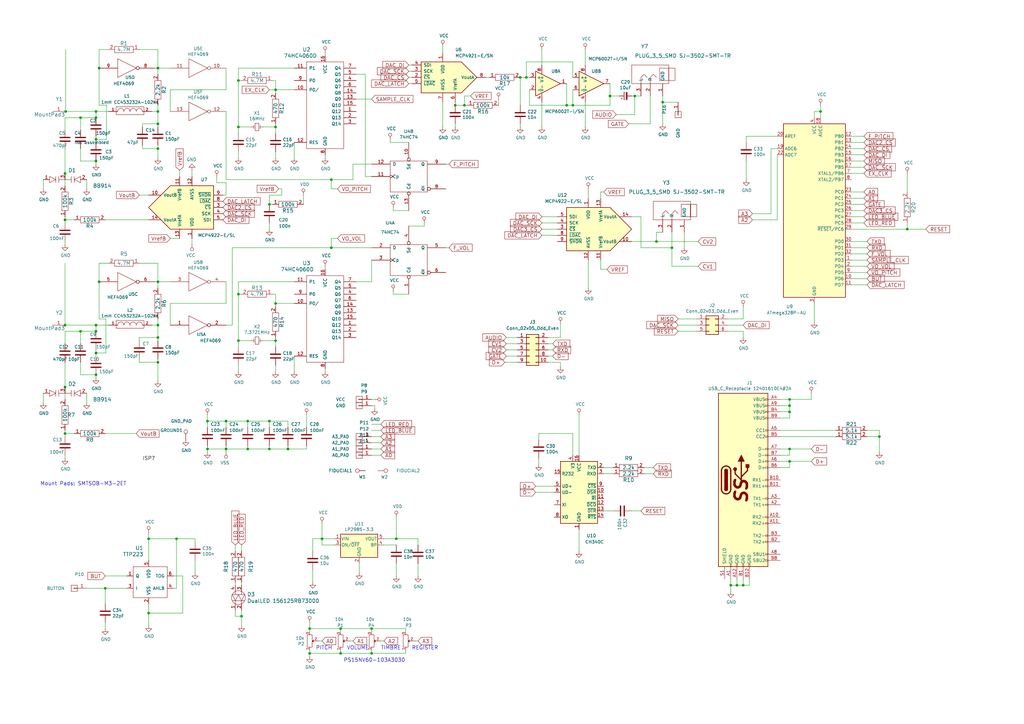
<source format=kicad_sch>
(kicad_sch (version 20211123) (generator eeschema)
  (paper "A3")
  (title_block (title "Open.Theremin V4.5") (date "2023") (rev "1.0") (company "GaudiLabs"))
  (junction (at 26.67 133.35))
  (junction (at 372.11 93.98))
  (junction (at 39.37 57.15))
  (junction (at 64.77 50.8))
  (junction (at 26.67 177.8))
  (junction (at 127 267.97))
  (junction (at 97.79 52.07))
  (junction (at 101.6 184.15))
  (junction (at 97.79 33.02))
  (junction (at 92.71 184.15))
  (junction (at 64.77 133.35))
  (junction (at 152.4 257.81))
  (junction (at 110.49 184.15))
  (junction (at 33.02 135.89))
  (junction (at 40.64 27.94))
  (junction (at 26.924 45.72))
  (junction (at 336.55 45.72))
  (junction (at 302.26 240.03))
  (junction (at 190.5 43.18))
  (junction (at 152.4 267.97))
  (junction (at 271.78 41.91))
  (junction (at 323.85 189.23))
  (junction (at 39.37 153.67))
  (junction (at 97.79 120.65))
  (junction (at 260.35 39.37))
  (junction (at 323.85 184.15))
  (junction (at 360.68 179.07))
  (junction (at 85.09 184.15))
  (junction (at 299.72 240.03))
  (junction (at 132.08 220.98))
  (junction (at 60.96 220.98))
  (junction (at 26.67 90.17))
  (junction (at 64.77 148.59))
  (junction (at 139.7 257.81))
  (junction (at 101.6 172.72))
  (junction (at 118.11 184.15))
  (junction (at 113.03 36.83))
  (junction (at 99.06 252.73))
  (junction (at 39.37 135.89))
  (junction (at 162.56 220.98))
  (junction (at 135.89 73.66))
  (junction (at 113.03 52.07))
  (junction (at 97.79 139.7))
  (junction (at 33.02 48.26))
  (junction (at 85.09 172.72))
  (junction (at 323.85 163.83))
  (junction (at 64.77 115.57))
  (junction (at 64.77 60.96))
  (junction (at 304.8 240.03))
  (junction (at 186.69 43.18))
  (junction (at 64.77 138.43))
  (junction (at 139.7 267.97))
  (junction (at 64.77 45.72))
  (junction (at 323.85 166.37))
  (junction (at 26.67 158.75))
  (junction (at 250.19 39.37))
  (junction (at 39.37 45.72))
  (junction (at 60.96 251.46))
  (junction (at 275.59 101.6))
  (junction (at 232.41 43.18))
  (junction (at 135.89 101.6))
  (junction (at 39.37 133.35))
  (junction (at 323.85 168.91))
  (junction (at 43.18 241.3))
  (junction (at 127 257.81))
  (junction (at 269.24 99.06))
  (junction (at 39.37 144.78))
  (junction (at 215.9 31.75))
  (junction (at 39.37 66.04))
  (junction (at 234.95 43.18))
  (junction (at 39.37 48.26))
  (junction (at 92.71 172.72))
  (junction (at 64.77 27.94))
  (junction (at 113.03 124.46))
  (junction (at 110.49 172.72))
  (junction (at 26.67 71.12))
  (junction (at 110.49 83.82))
  (junction (at 213.36 31.75))
  (junction (at 113.03 139.7))
  (junction (at 72.39 220.98))
  (junction (at 40.64 115.57))
  (wire (pts (xy 133.35 109.22) (xy 133.35 110.49)))
  (wire (pts (xy 171.45 231.14) (xy 171.45 236.22)))
  (wire (pts (xy 85.09 182.88) (xy 85.09 184.15)))
  (wire (pts (xy 127 266.7) (xy 127 267.97)))
  (wire (pts (xy 132.08 220.98) (xy 137.16 220.98)))
  (wire (pts (xy 323.85 166.37) (xy 323.85 163.83)))
  (wire (pts (xy 102.87 52.07) (xy 97.79 52.07)))
  (wire (pts (xy 173.99 92.71) (xy 173.99 91.44)))
  (wire (pts (xy 92.71 73.66) (xy 92.71 45.72)))
  (wire (pts (xy 372.11 71.12) (xy 372.11 78.74)))
  (wire (pts (xy 43.434 130.81) (xy 43.434 144.78)))
  (wire (pts (xy 113.03 33.02) (xy 113.03 36.83)))
  (wire (pts (xy 304.8 240.03) (xy 302.26 240.03)))
  (wire (pts (xy 153.67 163.83) (xy 152.4 163.83)))
  (wire (pts (xy 64.77 107.95) (xy 64.77 115.57)))
  (wire (pts (xy 332.74 161.29) (xy 332.74 163.83)))
  (wire (pts (xy 110.49 184.15) (xy 110.49 182.88)))
  (wire (pts (xy 262.89 209.55) (xy 259.08 209.55)))
  (wire (pts (xy 135.89 97.79) (xy 138.43 97.79)))
  (wire (pts (xy 354.33 55.88) (xy 349.25 55.88)))
  (wire (pts (xy 181.61 19.05) (xy 181.61 21.59)))
  (wire (pts (xy 69.85 124.46) (xy 92.71 124.46)))
  (wire (pts (xy 161.29 119.38) (xy 161.29 120.65)))
  (wire (pts (xy 113.03 138.43) (xy 113.03 139.7)))
  (wire (pts (xy 161.29 85.09) (xy 161.29 86.36)))
  (wire (pts (xy 156.21 262.89) (xy 157.48 262.89)))
  (wire (pts (xy 40.64 27.94) (xy 40.64 43.18)))
  (wire (pts (xy 299.72 237.49) (xy 299.72 240.03)))
  (wire (pts (xy 228.6 88.9) (xy 222.25 88.9)))
  (wire (pts (xy 251.46 194.31) (xy 247.65 194.31)))
  (wire (pts (xy 168.91 29.21) (xy 167.64 29.21)))
  (wire (pts (xy 85.09 184.15) (xy 85.09 185.42)))
  (wire (pts (xy 332.74 184.15) (xy 323.85 184.15)))
  (wire (pts (xy 323.85 171.45) (xy 323.85 168.91)))
  (wire (pts (xy 101.6 172.72) (xy 101.6 175.26)))
  (wire (pts (xy 161.29 120.65) (xy 167.64 120.65)))
  (wire (pts (xy 132.08 214.63) (xy 132.08 220.98)))
  (wire (pts (xy 307.34 240.03) (xy 304.8 240.03)))
  (wire (pts (xy 222.25 20.32) (xy 222.25 26.67)))
  (wire (pts (xy 269.24 99.06) (xy 286.385 99.06)))
  (wire (pts (xy 64.77 147.32) (xy 64.77 148.59)))
  (wire (pts (xy 323.85 168.91) (xy 323.85 166.37)))
  (wire (pts (xy 224.79 138.43) (xy 229.87 138.43)))
  (wire (pts (xy 137.16 223.52) (xy 132.08 223.52)))
  (wire (pts (xy 92.71 80.01) (xy 91.44 80.01)))
  (wire (pts (xy 152.4 257.81) (xy 166.37 257.81)))
  (wire (pts (xy 97.79 52.07) (xy 97.79 54.61)))
  (wire (pts (xy 260.35 39.37) (xy 262.89 39.37)))
  (wire (pts (xy 33.02 135.89) (xy 33.02 140.97)))
  (wire (pts (xy 40.64 20.32) (xy 44.45 20.32)))
  (wire (pts (xy 113.03 120.65) (xy 113.03 124.46)))
  (wire (pts (xy 39.37 135.89) (xy 39.37 133.35)))
  (wire (pts (xy 135.89 101.6) (xy 135.89 97.79)))
  (wire (pts (xy 127 257.81) (xy 139.7 257.81)))
  (wire (pts (xy 97.79 149.86) (xy 97.79 152.4)))
  (wire (pts (xy 252.73 46.99) (xy 260.35 46.99)))
  (wire (pts (xy 162.56 231.14) (xy 162.56 236.22)))
  (wire (pts (xy 152.4 115.57) (xy 146.05 115.57)))
  (wire (pts (xy 222.25 96.52) (xy 228.6 96.52)))
  (wire (pts (xy 113.03 149.86) (xy 113.03 152.4)))
  (wire (pts (xy 152.4 266.7) (xy 152.4 267.97)))
  (wire (pts (xy 97.79 115.57) (xy 120.65 115.57)))
  (wire (pts (xy 64.77 133.35) (xy 62.23 133.35)))
  (wire (pts (xy 143.51 262.89) (xy 144.78 262.89)))
  (wire (pts (xy 71.12 241.3) (xy 72.39 241.3)))
  (wire (pts (xy 360.68 176.53) (xy 360.68 179.07)))
  (wire (pts (xy 186.69 50.8) (xy 186.69 52.07)))
  (wire (pts (xy 64.77 59.69) (xy 64.77 60.96)))
  (wire (pts (xy 99.06 120.65) (xy 97.79 120.65)))
  (wire (pts (xy 320.04 166.37) (xy 323.85 166.37)))
  (wire (pts (xy 128.27 220.98) (xy 128.27 226.06)))
  (wire (pts (xy 262.89 88.9) (xy 262.89 101.6)))
  (wire (pts (xy 298.45 135.89) (xy 304.8 135.89)))
  (wire (pts (xy 40.64 20.32) (xy 40.64 27.94)))
  (wire (pts (xy 152.4 257.81) (xy 152.4 259.08)))
  (wire (pts (xy 64.77 50.8) (xy 64.77 52.07)))
  (wire (pts (xy 133.35 21.59) (xy 133.35 22.86)))
  (wire (pts (xy 60.96 247.65) (xy 60.96 251.46)))
  (wire (pts (xy 166.37 257.81) (xy 166.37 259.08)))
  (wire (pts (xy 237.49 170.18) (xy 237.49 186.69)))
  (wire (pts (xy 26.67 135.89) (xy 33.02 135.89)))
  (wire (pts (xy 323.85 163.83) (xy 320.04 163.83)))
  (wire (pts (xy 107.95 139.7) (xy 113.03 139.7)))
  (wire (pts (xy 72.39 241.3) (xy 72.39 220.98)))
  (wire (pts (xy 99.06 33.02) (xy 97.79 33.02)))
  (wire (pts (xy 156.21 184.15) (xy 152.4 184.15)))
  (wire (pts (xy 72.39 220.98) (xy 80.01 220.98)))
  (wire (pts (xy 299.72 240.03) (xy 299.72 242.57)))
  (wire (pts (xy 304.8 125.73) (xy 304.8 130.81)))
  (wire (pts (xy 213.36 31.75) (xy 215.9 31.75)))
  (wire (pts (xy 240.03 20.32) (xy 240.03 26.67)))
  (wire (pts (xy 110.49 80.01) (xy 115.57 80.01)))
  (wire (pts (xy 17.78 73.66) (xy 17.78 77.47)))
  (wire (pts (xy 278.13 133.35) (xy 285.75 133.35)))
  (wire (pts (xy 101.6 184.15) (xy 110.49 184.15)))
  (wire (pts (xy 354.33 66.04) (xy 349.25 66.04)))
  (wire (pts (xy 92.71 172.72) (xy 92.71 175.26)))
  (wire (pts (xy 135.89 73.66) (xy 92.71 73.66)))
  (wire (pts (xy 26.67 158.75) (xy 26.67 163.83)))
  (wire (pts (xy 26.67 133.35) (xy 39.37 133.35)))
  (wire (pts (xy 224.79 140.97) (xy 226.695 140.97)))
  (wire (pts (xy 320.04 171.45) (xy 323.85 171.45)))
  (wire (pts (xy 115.57 80.01) (xy 115.57 77.47)))
  (wire (pts (xy 110.49 93.98) (xy 110.49 91.44)))
  (wire (pts (xy 139.7 267.97) (xy 152.4 267.97)))
  (wire (pts (xy 271.78 41.91) (xy 271.78 50.8)))
  (wire (pts (xy 323.85 186.69) (xy 323.85 184.15)))
  (wire (pts (xy 278.13 135.89) (xy 285.75 135.89)))
  (wire (pts (xy 275.59 101.6) (xy 262.89 101.6)))
  (wire (pts (xy 372.11 93.98) (xy 349.25 93.98)))
  (wire (pts (xy 167.64 92.71) (xy 173.99 92.71)))
  (wire (pts (xy 97.79 27.94) (xy 97.79 33.02)))
  (wire (pts (xy 64.77 115.57) (xy 64.77 118.11)))
  (wire (pts (xy 115.57 77.47) (xy 114.3 77.47)))
  (wire (pts (xy 60.96 218.44) (xy 60.96 220.98)))
  (wire (pts (xy 260.35 46.99) (xy 260.35 39.37)))
  (wire (pts (xy 320.04 168.91) (xy 323.85 168.91)))
  (wire (pts (xy 304.8 135.89) (xy 304.8 138.43)))
  (wire (pts (xy 97.79 120.65) (xy 97.79 139.7)))
  (wire (pts (xy 99.06 238.76) (xy 99.06 240.03)))
  (wire (pts (xy 113.03 124.46) (xy 113.03 125.73)))
  (wire (pts (xy 246.38 81.28) (xy 246.38 78.74)))
  (wire (pts (xy 149.86 30.48) (xy 149.86 72.39)))
  (wire (pts (xy 354.33 71.12) (xy 349.25 71.12)))
  (wire (pts (xy 167.64 31.75) (xy 168.91 31.75)))
  (wire (pts (xy 354.33 63.5) (xy 349.25 63.5)))
  (wire (pts (xy 132.08 223.52) (xy 132.08 220.98)))
  (wire (pts (xy 132.08 220.98) (xy 128.27 220.98)))
  (wire (pts (xy 156.21 173.99) (xy 152.4 173.99)))
  (wire (pts (xy 88.9 72.39) (xy 88.9 74.93)))
  (wire (pts (xy 113.03 33.02) (xy 111.76 33.02)))
  (wire (pts (xy 156.21 179.07) (xy 152.4 179.07)))
  (wire (pts (xy 215.9 25.4) (xy 234.95 25.4)))
  (wire (pts (xy 64.77 43.18) (xy 64.77 45.72)))
  (wire (pts (xy 35.56 73.66) (xy 35.56 77.47)))
  (wire (pts (xy 60.96 251.46) (xy 60.96 256.54)))
  (wire (pts (xy 204.47 40.64) (xy 204.47 43.18)))
  (wire (pts (xy 224.79 143.51) (xy 226.695 143.51)))
  (wire (pts (xy 251.46 209.55) (xy 247.65 209.55)))
  (wire (pts (xy 215.9 31.75) (xy 215.9 25.4)))
  (wire (pts (xy 135.89 101.6) (xy 152.4 101.6)))
  (wire (pts (xy 259.08 99.06) (xy 269.24 99.06)))
  (wire (pts (xy 26.67 88.9) (xy 26.67 90.17)))
  (wire (pts (xy 269.24 99.06) (xy 269.24 95.25)))
  (wire (pts (xy 64.77 45.72) (xy 64.77 50.8)))
  (wire (pts (xy 97.79 139.7) (xy 97.79 142.24)))
  (wire (pts (xy 43.18 177.8) (xy 55.88 177.8)))
  (wire (pts (xy 278.13 41.91) (xy 271.78 41.91)))
  (wire (pts (xy 92.71 124.46) (xy 92.71 115.57)))
  (wire (pts (xy 318.77 55.88) (xy 306.07 55.88)))
  (wire (pts (xy 234.95 43.18) (xy 250.19 43.18)))
  (wire (pts (xy 306.07 55.88) (xy 306.07 58.42)))
  (wire (pts (xy 213.36 31.75) (xy 213.36 43.18)))
  (wire (pts (xy 135.89 73.66) (xy 135.89 77.47)))
  (wire (pts (xy 144.78 67.31) (xy 144.78 73.66)))
  (wire (pts (xy 110.49 172.72) (xy 118.11 172.72)))
  (wire (pts (xy 246.38 110.49) (xy 246.38 106.68)))
  (wire (pts (xy 162.56 220.98) (xy 157.48 220.98)))
  (wire (pts (xy 259.08 39.37) (xy 260.35 39.37)))
  (wire (pts (xy 213.36 52.07) (xy 213.36 50.8)))
  (wire (pts (xy 92.71 74.93) (xy 92.71 80.01)))
  (wire (pts (xy 26.67 176.53) (xy 26.67 177.8)))
  (wire (pts (xy 97.79 27.94) (xy 120.65 27.94)))
  (wire (pts (xy 232.41 43.18) (xy 234.95 43.18)))
  (wire (pts (xy 166.37 267.97) (xy 166.37 266.7)))
  (wire (pts (xy 96.52 252.73) (xy 99.06 252.73)))
  (wire (pts (xy 355.6 99.06) (xy 349.25 99.06)))
  (wire (pts (xy 96.52 250.19) (xy 96.52 252.73)))
  (wire (pts (xy 17.78 161.29) (xy 17.78 165.1)))
  (wire (pts (xy 26.67 71.12) (xy 26.67 76.2)))
  (wire (pts (xy 113.03 139.7) (xy 113.03 142.24)))
  (wire (pts (xy 262.89 88.9) (xy 259.08 88.9)))
  (wire (pts (xy 124.46 80.01) (xy 124.46 83.82)))
  (wire (pts (xy 113.03 36.83) (xy 110.49 36.83)))
  (wire (pts (xy 64.77 60.96) (xy 64.77 64.77)))
  (wire (pts (xy 33.02 135.89) (xy 39.37 135.89)))
  (wire (pts (xy 92.71 182.88) (xy 92.71 184.15)))
  (wire (pts (xy 308.61 87.63) (xy 316.23 87.63)))
  (wire (pts (xy 139.7 257.81) (xy 139.7 259.08)))
  (wire (pts (xy 275.59 95.25) (xy 275.59 101.6)))
  (wire (pts (xy 39.37 133.35) (xy 44.45 133.35)))
  (wire (pts (xy 88.9 74.93) (xy 92.71 74.93)))
  (wire (pts (xy 58.42 50.8) (xy 64.77 50.8)))
  (wire (pts (xy 63.5 27.94) (xy 64.77 27.94)))
  (wire (pts (xy 320.04 179.07) (xy 342.9 179.07)))
  (wire (pts (xy 304.8 130.81) (xy 298.45 130.81)))
  (wire (pts (xy 354.33 58.42) (xy 349.25 58.42)))
  (wire (pts (xy 222.25 93.98) (xy 228.6 93.98)))
  (wire (pts (xy 152.4 40.64) (xy 146.05 40.64)))
  (wire (pts (xy 250.19 39.37) (xy 250.19 43.18)))
  (wire (pts (xy 207.645 143.51) (xy 212.09 143.51)))
  (wire (pts (xy 224.79 148.59) (xy 229.87 148.59)))
  (wire (pts (xy 266.7 50.8) (xy 266.7 39.37)))
  (wire (pts (xy 97.79 33.02) (xy 97.79 52.07)))
  (wire (pts (xy 57.15 138.43) (xy 64.77 138.43)))
  (wire (pts (xy 73.66 69.85) (xy 73.66 72.39)))
  (wire (pts (xy 224.79 146.05) (xy 226.695 146.05)))
  (wire (pts (xy 39.37 66.04) (xy 39.37 67.31)))
  (wire (pts (xy 200.66 31.75) (xy 199.39 31.75)))
  (wire (pts (xy 39.37 55.88) (xy 39.37 57.15)))
  (wire (pts (xy 85.09 172.72) (xy 85.09 175.26)))
  (wire (pts (xy 64.77 130.81) (xy 64.77 133.35)))
  (wire (pts (xy 57.15 148.59) (xy 64.77 148.59)))
  (wire (pts (xy 286.385 109.22) (xy 275.59 109.22)))
  (wire (pts (xy 152.4 267.97) (xy 166.37 267.97)))
  (wire (pts (xy 234.95 177.8) (xy 234.95 186.69)))
  (wire (pts (xy 307.34 237.49) (xy 307.34 240.03)))
  (wire (pts (xy 146.05 30.48) (xy 149.86 30.48)))
  (wire (pts (xy 190.5 43.18) (xy 191.77 43.18)))
  (wire (pts (xy 39.37 143.51) (xy 39.37 144.78)))
  (wire (pts (xy 120.65 36.83) (xy 113.03 36.83)))
  (wire (pts (xy 43.18 257.81) (xy 43.18 255.27)))
  (wire (pts (xy 26.67 148.59) (xy 26.67 158.75)))
  (wire (pts (xy 323.85 191.77) (xy 320.04 191.77)))
  (wire (pts (xy 133.35 151.13) (xy 133.35 152.4)))
  (wire (pts (xy 43.434 130.81) (xy 40.64 130.81)))
  (wire (pts (xy 60.96 220.98) (xy 60.96 229.87)))
  (wire (pts (xy 318.77 63.5) (xy 318.77 90.17)))
  (wire (pts (xy 30.48 177.8) (xy 26.67 177.8)))
  (wire (pts (xy 85.09 170.18) (xy 85.09 172.72)))
  (wire (pts (xy 43.18 241.3) (xy 52.07 241.3)))
  (wire (pts (xy 35.56 241.3) (xy 43.18 241.3)))
  (wire (pts (xy 336.55 43.18) (xy 336.55 45.72)))
  (wire (pts (xy 227.33 201.93) (xy 219.71 201.93)))
  (wire (pts (xy 184.15 101.6) (xy 182.88 101.6)))
  (wire (pts (xy 349.25 88.9) (xy 354.33 88.9)))
  (wire (pts (xy 33.02 153.67) (xy 39.37 153.67)))
  (wire (pts (xy 39.37 48.26) (xy 39.37 45.72)))
  (wire (pts (xy 63.5 115.57) (xy 64.77 115.57)))
  (wire (pts (xy 58.42 60.96) (xy 58.42 59.69)))
  (wire (pts (xy 316.23 87.63) (xy 316.23 60.96)))
  (wire (pts (xy 92.71 184.15) (xy 92.71 185.42)))
  (wire (pts (xy 355.6 114.3) (xy 349.25 114.3)))
  (wire (pts (xy 92.71 36.83) (xy 92.71 27.94)))
  (wire (pts (xy 92.71 133.35) (xy 95.25 133.35)))
  (wire (pts (xy 95.25 101.6) (xy 135.89 101.6)))
  (wire (pts (xy 71.12 236.22) (xy 74.93 236.22)))
  (wire (pts (xy 379.73 93.98) (xy 372.11 93.98)))
  (wire (pts (xy 234.95 177.8) (xy 220.98 177.8)))
  (wire (pts (xy 304.8 237.49) (xy 304.8 240.03)))
  (wire (pts (xy 234.95 25.4) (xy 234.95 31.75)))
  (wire (pts (xy 125.73 170.18) (xy 125.73 175.26)))
  (wire (pts (xy 186.69 41.91) (xy 186.69 43.18)))
  (wire (pts (xy 57.15 107.95) (xy 64.77 107.95)))
  (wire (pts (xy 215.9 31.75) (xy 217.17 31.75)))
  (wire (pts (xy 33.02 48.26) (xy 33.02 53.34)))
  (wire (pts (xy 334.01 132.08) (xy 334.01 124.46)))
  (wire (pts (xy 26.67 45.72) (xy 26.924 45.72)))
  (wire (pts (xy 355.6 106.68) (xy 349.25 106.68)))
  (wire (pts (xy 190.5 39.37) (xy 190.5 43.18)))
  (wire (pts (xy 26.67 140.97) (xy 26.67 135.89)))
  (wire (pts (xy 127 255.27) (xy 127 257.81)))
  (wire (pts (xy 125.73 184.15) (xy 125.73 182.88)))
  (wire (pts (xy 30.48 90.17) (xy 26.67 90.17)))
  (wire (pts (xy 57.15 139.7) (xy 57.15 138.43)))
  (wire (pts (xy 64.77 45.72) (xy 62.23 45.72)))
  (wire (pts (xy 323.85 184.15) (xy 320.04 184.15)))
  (wire (pts (xy 241.3 106.68) (xy 241.3 118.11)))
  (wire (pts (xy 58.42 52.07) (xy 58.42 50.8)))
  (wire (pts (xy 248.92 110.49) (xy 246.38 110.49)))
  (wire (pts (xy 267.97 191.77) (xy 264.16 191.77)))
  (wire (pts (xy 26.67 53.34) (xy 26.67 48.26)))
  (wire (pts (xy 152.4 166.37) (xy 153.67 166.37)))
  (wire (pts (xy 107.95 52.07) (xy 113.03 52.07)))
  (wire (pts (xy 26.67 48.26) (xy 33.02 48.26)))
  (wire (pts (xy 97.79 115.57) (xy 97.79 120.65)))
  (wire (pts (xy 85.09 184.15) (xy 92.71 184.15)))
  (wire (pts (xy 336.55 45.72) (xy 336.55 48.26)))
  (wire (pts (xy 220.98 187.96) (xy 220.98 190.5)))
  (wire (pts (xy 355.6 116.84) (xy 349.25 116.84)))
  (wire (pts (xy 240.03 41.91) (xy 240.03 52.07)))
  (wire (pts (xy 60.96 80.01) (xy 57.15 80.01)))
  (wire (pts (xy 147.32 231.14) (xy 147.32 234.95)))
  (wire (pts (xy 207.01 148.59) (xy 212.09 148.59)))
  (wire (pts (xy 118.11 184.15) (xy 125.73 184.15)))
  (wire (pts (xy 40.64 107.95) (xy 40.64 115.57)))
  (wire (pts (xy 60.96 220.98) (xy 72.39 220.98)))
  (wire (pts (xy 152.4 72.39) (xy 149.86 72.39)))
  (wire (pts (xy 246.38 78.74) (xy 247.65 78.74)))
  (wire (pts (xy 43.688 43.18) (xy 43.688 57.15)))
  (wire (pts (xy 355.6 176.53) (xy 360.68 176.53)))
  (wire (pts (xy 113.03 50.8) (xy 113.03 52.07)))
  (wire (pts (xy 302.26 240.03) (xy 302.26 237.49)))
  (wire (pts (xy 264.16 194.31) (xy 267.97 194.31)))
  (wire (pts (xy 35.56 161.29) (xy 35.56 165.1)))
  (wire (pts (xy 69.85 36.83) (xy 92.71 36.83)))
  (wire (pts (xy 207.645 146.05) (xy 212.09 146.05)))
  (wire (pts (xy 162.56 220.98) (xy 171.45 220.98)))
  (wire (pts (xy 69.85 133.35) (xy 69.85 124.46)))
  (wire (pts (xy 113.03 62.23) (xy 113.03 64.77)))
  (wire (pts (xy 95.25 133.35) (xy 95.25 101.6)))
  (wire (pts (xy 234.95 43.18) (xy 234.95 36.83)))
  (wire (pts (xy 171.45 220.98) (xy 171.45 223.52)))
  (wire (pts (xy 96.52 223.52) (xy 96.52 226.06)))
  (wire (pts (xy 26.67 90.17) (xy 26.67 91.44)))
  (wire (pts (xy 217.17 43.18) (xy 232.41 43.18)))
  (wire (pts (xy 57.15 147.32) (xy 57.15 148.59)))
  (wire (pts (xy 133.35 63.5) (xy 133.35 64.77)))
  (wire (pts (xy 237.49 217.17) (xy 237.49 226.06)))
  (wire (pts (xy 250.19 39.37) (xy 254 39.37)))
  (wire (pts (xy 26.67 177.8) (xy 26.67 179.07)))
  (wire (pts (xy 127 267.97) (xy 127 269.24)))
  (wire (pts (xy 135.89 77.47) (xy 138.43 77.47)))
  (wire (pts (xy 152.4 106.68) (xy 152.4 115.57)))
  (wire (pts (xy 360.68 179.07) (xy 360.68 185.42)))
  (wire (pts (xy 229.87 138.43) (xy 229.87 132.715)))
  (wire (pts (xy 101.6 172.72) (xy 110.49 172.72)))
  (wire (pts (xy 278.13 130.81) (xy 285.75 130.81)))
  (wire (pts (xy 92.71 184.15) (xy 101.6 184.15)))
  (wire (pts (xy 332.74 163.83) (xy 323.85 163.83)))
  (wire (pts (xy 64.77 138.43) (xy 64.77 139.7)))
  (wire (pts (xy 152.4 181.61) (xy 156.21 181.61)))
  (wire (pts (xy 26.67 99.06) (xy 26.67 100.33)))
  (wire (pts (xy 97.79 62.23) (xy 97.79 64.77)))
  (wire (pts (xy 323.85 189.23) (xy 323.85 191.77)))
  (wire (pts (xy 118.11 172.72) (xy 118.11 175.26)))
  (wire (pts (xy 316.23 60.96) (xy 318.77 60.96)))
  (wire (pts (xy 130.81 262.89) (xy 132.08 262.89)))
  (wire (pts (xy 323.85 189.23) (xy 320.04 189.23)))
  (wire (pts (xy 153.67 166.37) (xy 153.67 167.64)))
  (wire (pts (xy 280.67 95.25) (xy 280.67 101.6)))
  (wire (pts (xy 354.33 91.44) (xy 349.25 91.44)))
  (wire (pts (xy 26.924 45.72) (xy 39.37 45.72)))
  (wire (pts (xy 40.64 107.95) (xy 44.45 107.95)))
  (wire (pts (xy 160.02 58.42) (xy 160.02 57.15)))
  (wire (pts (xy 111.76 83.82) (xy 110.49 83.82)))
  (wire (pts (xy 306.07 66.04) (xy 306.07 73.66)))
  (wire (pts (xy 101.6 184.15) (xy 101.6 182.88)))
  (wire (pts (xy 64.77 27.94) (xy 69.85 27.94)))
  (wire (pts (xy 39.37 144.78) (xy 43.434 144.78)))
  (wire (pts (xy 232.41 43.18) (xy 232.41 34.29)))
  (wire (pts (xy 217.17 36.83) (xy 217.17 43.18)))
  (wire (pts (xy 257.81 50.8) (xy 266.7 50.8)))
  (wire (pts (xy 80.01 229.87) (xy 80.01 234.95)))
  (wire (pts (xy 43.18 241.3) (xy 43.18 247.65)))
  (wire (pts (xy 181.61 41.91) (xy 181.61 52.07)))
  (wire (pts (xy 33.02 148.59) (xy 33.02 153.67)))
  (wire (pts (xy 222.25 91.44) (xy 228.6 91.44)))
  (wire (pts (xy 26.67 60.96) (xy 26.67 71.12)))
  (wire (pts (xy 78.74 97.79) (xy 78.74 100.33)))
  (wire (pts (xy 275.59 109.22) (xy 275.59 101.6)))
  (wire (pts (xy 64.77 133.35) (xy 64.77 138.43)))
  (wire (pts (xy 162.56 212.09) (xy 162.56 220.98)))
  (wire (pts (xy 39.37 57.15) (xy 43.688 57.15)))
  (wire (pts (xy 69.85 97.79) (xy 73.66 97.79)))
  (wire (pts (xy 99.06 223.52) (xy 99.06 226.06)))
  (wire (pts (xy 85.09 172.72) (xy 92.71 172.72)))
  (wire (pts (xy 120.65 124.46) (xy 113.03 124.46)))
  (wire (pts (xy 26.67 186.69) (xy 26.67 187.96)))
  (wire (pts (xy 355.6 104.14) (xy 349.25 104.14)))
  (wire (pts (xy 161.29 86.36) (xy 167.64 86.36)))
  (wire (pts (xy 207.645 140.97) (xy 212.09 140.97)))
  (wire (pts (xy 78.74 69.85) (xy 78.74 72.39)))
  (wire (pts (xy 349.25 83.82) (xy 354.33 83.82)))
  (wire (pts (xy 334.01 45.72) (xy 336.55 45.72)))
  (wire (pts (xy 355.6 109.22) (xy 349.25 109.22)))
  (wire (pts (xy 102.87 139.7) (xy 97.79 139.7)))
  (wire (pts (xy 118.11 184.15) (xy 118.11 182.88)))
  (wire (pts (xy 207.645 138.43) (xy 212.09 138.43)))
  (wire (pts (xy 355.6 179.07) (xy 360.68 179.07)))
  (wire (pts (xy 269.24 95.25) (xy 271.78 95.25)))
  (wire (pts (xy 186.69 43.18) (xy 190.5 43.18)))
  (wire (pts (xy 127 267.97) (xy 139.7 267.97)))
  (wire (pts (xy 43.18 90.17) (xy 60.96 90.17)))
  (wire (pts (xy 64.77 27.94) (xy 64.77 30.48)))
  (wire (pts (xy 139.7 257.81) (xy 152.4 257.81)))
  (wire (pts (xy 26.924 45.72) (xy 26.924 20.32)))
  (wire (pts (xy 342.9 176.53) (xy 320.04 176.53)))
  (wire (pts (xy 334.01 48.26) (xy 334.01 45.72)))
  (wire (pts (xy 251.46 191.77) (xy 247.65 191.77)))
  (wire (pts (xy 354.33 68.58) (xy 349.25 68.58)))
  (wire (pts (xy 372.11 91.44) (xy 372.11 93.98)))
  (wire (pts (xy 308.61 90.17) (xy 318.77 90.17)))
  (wire (pts (xy 33.02 66.04) (xy 39.37 66.04)))
  (wire (pts (xy 354.33 78.74) (xy 349.25 78.74)))
  (wire (pts (xy 128.27 233.68) (xy 128.27 238.76)))
  (wire (pts (xy 219.71 199.39) (xy 227.33 199.39)))
  (wire (pts (xy 222.25 41.91) (xy 222.25 52.07)))
  (wire (pts (xy 167.64 26.67) (xy 168.91 26.67)))
  (wire (pts (xy 168.91 34.29) (xy 167.64 34.29)))
  (wire (pts (xy 354.33 81.28) (xy 349.25 81.28)))
  (wire (pts (xy 64.77 115.57) (xy 69.85 115.57)))
  (wire (pts (xy 241.3 77.47) (xy 241.3 81.28)))
  (wire (pts (xy 69.85 45.72) (xy 69.85 36.83)))
  (wire (pts (xy 193.04 39.37) (xy 190.5 39.37)))
  (wire (pts (xy 99.06 252.73) (xy 99.06 256.54)))
  (wire (pts (xy 127 257.81) (xy 127 259.08)))
  (wire (pts (xy 64.77 148.59) (xy 64.77 156.21)))
  (wire (pts (xy 39.37 153.67) (xy 39.37 154.94)))
  (wire (pts (xy 57.15 20.32) (xy 64.77 20.32)))
  (wire (pts (xy 64.77 20.32) (xy 64.77 27.94)))
  (wire (pts (xy 113.03 120.65) (xy 111.76 120.65)))
  (wire (pts (xy 33.02 48.26) (xy 39.37 48.26)))
  (wire (pts (xy 184.15 67.31) (xy 182.88 67.31)))
  (wire (pts (xy 43.688 43.18) (xy 40.64 43.18)))
  (wire (pts (xy 64.77 60.96) (xy 58.42 60.96)))
  (wire (pts (xy 110.49 172.72) (xy 110.49 175.26)))
  (wire (pts (xy 110.49 184.15) (xy 118.11 184.15)))
  (wire (pts (xy 99.06 250.19) (xy 99.06 252.73)))
  (wire (pts (xy 144.78 73.66) (xy 135.89 73.66)))
  (wire (pts (xy 355.6 111.76) (xy 349.25 111.76)))
  (wire (pts (xy 120.65 146.05) (xy 120.65 152.4)))
  (wire (pts (xy 332.74 189.23) (xy 323.85 189.23)))
  (wire (pts (xy 156.21 176.53) (xy 152.4 176.53)))
  (wire (pts (xy 220.98 177.8) (xy 220.98 180.34)))
  (wire (pts (xy 120.65 58.42) (xy 120.65 64.77)))
  (wire (pts (xy 52.07 236.22) (xy 43.18 236.22)))
  (wire (pts (xy 113.03 36.83) (xy 113.03 38.1)))
  (wire (pts (xy 39.37 144.78) (xy 39.37 146.05)))
  (wire (pts (xy 320.04 186.69) (xy 323.85 186.69)))
  (wire (pts (xy 60.96 251.46) (xy 74.93 251.46)))
  (wire (pts (xy 157.48 223.52) (xy 162.56 223.52)))
  (wire (pts (xy 271.78 39.37) (xy 271.78 41.91)))
  (wire (pts (xy 74.93 236.22) (xy 74.93 251.46)))
  (wire (pts (xy 92.71 172.72) (xy 101.6 172.72)))
  (wire (pts (xy 355.6 101.6) (xy 349.25 101.6)))
  (wire (pts (xy 152.4 67.31) (xy 144.78 67.31)))
  (wire (pts (xy 39.37 45.72) (xy 44.45 45.72)))
  (wire (pts (xy 39.37 57.15) (xy 39.37 58.42)))
  (wire (pts (xy 170.18 262.89) (xy 171.45 262.89)))
  (wire (pts (xy 96.52 238.76) (xy 96.52 240.03)))
  (wire (pts (xy 299.72 240.03) (xy 302.26 240.03)))
  (wire (pts (xy 250.19 34.29) (xy 250.19 39.37)))
  (wire (pts (xy 152.4 186.69) (xy 156.21 186.69)))
  (wire (pts (xy 113.03 52.07) (xy 113.03 54.61)))
  (wire (pts (xy 304.8 133.35) (xy 298.45 133.35)))
  (wire (pts (xy 33.02 60.96) (xy 33.02 66.04)))
  (wire (pts (xy 26.67 133.35) (xy 26.67 107.95)))
  (wire (pts (xy 354.33 86.36) (xy 349.25 86.36)))
  (wire (pts (xy 229.87 148.59) (xy 229.87 150.495)))
  (wire (pts (xy 139.7 266.7) (xy 139.7 267.97)))
  (wire (pts (xy 40.64 115.57) (xy 40.64 130.81)))
  (wire (pts (xy 354.33 60.96) (xy 349.25 60.96)))
  (wire (pts (xy 80.01 220.98) (xy 80.01 222.25)))
  (wire (pts (xy 167.64 58.42) (xy 160.02 58.42)))
  (wire (pts (xy 110.49 83.82) (xy 110.49 80.01)))
  (text "REGISTER" (at 168.91 266.7 0) (effects (font (size 1.524 1.524)) (justify left bottom)))
  (text "VOLUME" (at 142.24 266.7 0) (effects (font (size 1.524 1.524)) (justify left bottom)))
  (text "TIMBRE" (at 156.21 266.7 0) (effects (font (size 1.524 1.524)) (justify left bottom)))
  (text "PITCH" (at 129.54 266.7 0) (effects (font (size 1.524 1.524)) (justify left bottom)))
  (text "PS15NV60-103A3030" (at 140.97 271.78 0) (effects (font (size 1.524 1.524)) (justify left bottom)))
  (text "Mount Pads: SMTSOB-M3-2ET \n" (at 16.51 199.39 0) (effects (font (size 1.524 1.524)) (justify left bottom)))
  (label "ISP?" (at 58.42 189.23 0) (effects (font (size 1.524 1.524))))
  (global_label "A3" (shape input) (at 156.21 179.07 0) (effects (font (size 1.524 1.524))) (property "Intersheet References" "${INTERSHEET_REFS}" (effects hide)))
  (global_label "D+" (shape input) (at 207.01 148.59 180) (effects (font (size 1.524 1.524))) (property "Intersheet References" "${INTERSHEET_REFS}" (effects hide)))
  (global_label "DAC3_CS" (shape input) (at 222.25 93.98 180) (effects (font (size 1.524 1.524))) (property "Intersheet References" "${INTERSHEET_REFS}" (effects hide)))
  (global_label "DAC_DI" (shape input) (at 167.64 26.67 180) (effects (font (size 1.524 1.524))) (property "Intersheet References" "${INTERSHEET_REFS}" (effects hide)))
  (global_label "DAC_SCK" (shape input) (at 354.33 68.58 0) (effects (font (size 1.524 1.524))) (property "Intersheet References" "${INTERSHEET_REFS}" (effects hide)))
  (global_label "DAC_SCK" (shape input) (at 91.44 87.63 0) (effects (font (size 1.524 1.524))) (property "Intersheet References" "${INTERSHEET_REFS}" (effects hide)))
  (global_label "RXD" (shape input) (at 355.6 101.6 0) (effects (font (size 1.524 1.524))) (property "Intersheet References" "${INTERSHEET_REFS}" (effects hide)))
  (global_label "F_VOL" (shape input) (at 355.6 104.14 0) (effects (font (size 1.524 1.524))) (property "Intersheet References" "${INTERSHEET_REFS}" (effects hide)))
  (global_label "GATE" (shape input) (at 207.645 146.05 180) (effects (font (size 1.524 1.524))) (property "Intersheet References" "${INTERSHEET_REFS}" (effects hide)))
  (global_label "D-" (shape input) (at 219.71 201.93 180) (effects (font (size 1.524 1.524))) (property "Intersheet References" "${INTERSHEET_REFS}" (effects hide)))
  (global_label "A0" (shape input) (at 156.21 186.69 0) (effects (font (size 1.524 1.524))) (property "Intersheet References" "${INTERSHEET_REFS}" (effects hide)))
  (global_label "DAC_CS" (shape input) (at 354.33 60.96 0) (effects (font (size 1.524 1.524))) (property "Intersheet References" "${INTERSHEET_REFS}" (effects hide)))
  (global_label "RESET" (shape input) (at 262.89 209.55 0) (effects (font (size 1.524 1.524))) (property "Intersheet References" "${INTERSHEET_REFS}" (effects hide)))
  (global_label "DAC_DI" (shape input) (at 354.33 63.5 0) (effects (font (size 1.524 1.524))) (property "Intersheet References" "${INTERSHEET_REFS}" (effects hide)))
  (global_label "LED_BLUE" (shape input) (at 354.33 88.9 0) (effects (font (size 1.524 1.524))) (property "Intersheet References" "${INTERSHEET_REFS}" (effects hide)))
  (global_label "VO_VOL" (shape input) (at 355.6 109.22 0) (effects (font (size 1.524 1.524))) (property "Intersheet References" "${INTERSHEET_REFS}" (effects hide)))
  (global_label "VO_VOL" (shape input) (at 138.43 97.79 0) (effects (font (size 1.524 1.524))) (property "Intersheet References" "${INTERSHEET_REFS}" (effects hide)))
  (global_label "LED_BLUE" (shape input) (at 156.21 176.53 0) (effects (font (size 1.524 1.524))) (property "Intersheet References" "${INTERSHEET_REFS}" (effects hide)))
  (global_label "SAMPLE_CLK" (shape input) (at 152.4 40.64 0) (effects (font (size 1.524 1.524))) (property "Intersheet References" "${INTERSHEET_REFS}" (effects hide)))
  (global_label "A2" (shape input) (at 156.21 181.61 0) (effects (font (size 1.524 1.524))) (property "Intersheet References" "${INTERSHEET_REFS}" (effects hide)))
  (global_label "VrefB" (shape input) (at 69.85 97.79 180) (effects (font (size 1.524 1.524))) (property "Intersheet References" "${INTERSHEET_REFS}" (effects hide)))
  (global_label "F_PITCH" (shape input) (at 184.15 67.31 0) (effects (font (size 1.524 1.524))) (property "Intersheet References" "${INTERSHEET_REFS}" (effects hide)))
  (global_label "DAC_DI" (shape input) (at 91.44 90.17 0) (effects (font (size 1.524 1.524))) (property "Intersheet References" "${INTERSHEET_REFS}" (effects hide)))
  (global_label "DAC_LATCH" (shape input) (at 91.44 82.55 0) (effects (font (size 1.524 1.524))) (property "Intersheet References" "${INTERSHEET_REFS}" (effects hide)))
  (global_label "D+" (shape input) (at 219.71 199.39 180) (effects (font (size 1.524 1.524))) (property "Intersheet References" "${INTERSHEET_REFS}" (effects hide)))
  (global_label "DAC_DI" (shape input) (at 222.25 88.9 180) (effects (font (size 1.524 1.524))) (property "Intersheet References" "${INTERSHEET_REFS}" (effects hide)))
  (global_label "DAC2_CS" (shape input) (at 354.33 58.42 0) (effects (font (size 1.524 1.524))) (property "Intersheet References" "${INTERSHEET_REFS}" (effects hide)))
  (global_label "GATE" (shape input) (at 257.81 50.8 180) (effects (font (size 1.524 1.524))) (property "Intersheet References" "${INTERSHEET_REFS}" (effects hide)))
  (global_label "A2" (shape input) (at 308.61 90.17 180) (effects (font (size 1.524 1.524))) (property "Intersheet References" "${INTERSHEET_REFS}" (effects hide)))
  (global_label "AUDIO" (shape input) (at 252.73 46.99 180) (effects (font (size 1.524 1.524))) (property "Intersheet References" "${INTERSHEET_REFS}" (effects hide)))
  (global_label "LED_RED" (shape input) (at 156.21 173.99 0) (effects (font (size 1.524 1.524))) (property "Intersheet References" "${INTERSHEET_REFS}" (effects hide)))
  (global_label "DAC_CS" (shape input) (at 167.64 31.75 180) (effects (font (size 1.524 1.524))) (property "Intersheet References" "${INTERSHEET_REFS}" (effects hide)))
  (global_label "EX_CLK" (shape input) (at 354.33 71.12 0) (effects (font (size 1.524 1.524))) (property "Intersheet References" "${INTERSHEET_REFS}" (effects hide)))
  (global_label "CV2" (shape input) (at 207.645 143.51 180) (effects (font (size 1.524 1.524))) (property "Intersheet References" "${INTERSHEET_REFS}" (effects hide)))
  (global_label "TXD" (shape input) (at 226.695 140.97 0) (effects (font (size 1.524 1.524))) (property "Intersheet References" "${INTERSHEET_REFS}" (effects hide)))
  (global_label "F_PITCH" (shape input) (at 354.33 55.88 0) (effects (font (size 1.524 1.524))) (property "Intersheet References" "${INTERSHEET_REFS}" (effects hide)))
  (global_label "DAC_DI" (shape input) (at 304.8 133.35 0) (effects (font (size 1.524 1.524))) (property "Intersheet References" "${INTERSHEET_REFS}" (effects hide)))
  (global_label "TXD" (shape input) (at 267.97 191.77 0) (effects (font (size 1.524 1.524))) (property "Intersheet References" "${INTERSHEET_REFS}" (effects hide)))
  (global_label "GATE" (shape input) (at 354.33 83.82 0) (effects (font (size 1.524 1.524))) (property "Intersheet References" "${INTERSHEET_REFS}" (effects hide)))
  (global_label "RXD" (shape input) (at 226.695 143.51 0) (effects (font (size 1.524 1.524))) (property "Intersheet References" "${INTERSHEET_REFS}" (effects hide)))
  (global_label "SAMPLE_CLK" (shape input) (at 355.6 106.68 0) (effects (font (size 1.524 1.524))) (property "Intersheet References" "${INTERSHEET_REFS}" (effects hide)))
  (global_label "VREF" (shape input) (at 193.04 39.37 0) (effects (font (size 1.524 1.524))) (property "Intersheet References" "${INTERSHEET_REFS}" (effects hide)))
  (global_label "VREF" (shape input) (at 248.92 110.49 0) (effects (font (size 1.524 1.524))) (property "Intersheet References" "${INTERSHEET_REFS}" (effects hide)))
  (global_label "DAC_LATCH" (shape input) (at 222.25 96.52 180) (effects (font (size 1.524 1.524))) (property "Intersheet References" "${INTERSHEET_REFS}" (effects hide)))
  (global_label "DAC_SCK" (shape input) (at 278.13 133.35 180) (effects (font (size 1.524 1.524))) (property "Intersheet References" "${INTERSHEET_REFS}" (effects hide)))
  (global_label "D+" (shape input) (at 332.74 189.23 0) (effects (font (size 1.524 1.524))) (property "Intersheet References" "${INTERSHEET_REFS}" (effects hide)))
  (global_label "RESET" (shape input) (at 379.73 93.98 0) (effects (font (size 1.524 1.524))) (property "Intersheet References" "${INTERSHEET_REFS}" (effects hide)))
  (global_label "VO_PITCH" (shape input) (at 138.43 77.47 0) (effects (font (size 1.524 1.524))) (property "Intersheet References" "${INTERSHEET_REFS}" (effects hide)))
  (global_label "EX_CLK" (shape input) (at 110.49 36.83 180) (effects (font (size 1.524 1.524))) (property "Intersheet References" "${INTERSHEET_REFS}" (effects hide)))
  (global_label "LED_BLUE" (shape input) (at 96.52 223.52 90) (effects (font (size 1.524 1.524))) (property "Intersheet References" "${INTERSHEET_REFS}" (effects hide)))
  (global_label "AUDIO" (shape input) (at 207.645 138.43 180) (effects (font (size 1.524 1.524))) (property "Intersheet References" "${INTERSHEET_REFS}" (effects hide)))
  (global_label "RESET" (shape input) (at 278.13 135.89 180) (effects (font (size 1.524 1.524))) (property "Intersheet References" "${INTERSHEET_REFS}" (effects hide)))
  (global_label "CV1" (shape input) (at 286.385 109.22 0) (effects (font (size 1.524 1.524))) (property "Intersheet References" "${INTERSHEET_REFS}" (effects hide)))
  (global_label "DAC_SCK" (shape input) (at 167.64 29.21 180) (effects (font (size 1.524 1.524))) (property "Intersheet References" "${INTERSHEET_REFS}" (effects hide)))
  (global_label "A2" (shape input) (at 157.48 262.89 0) (effects (font (size 1.524 1.524))) (property "Intersheet References" "${INTERSHEET_REFS}" (effects hide)))
  (global_label "MISO" (shape input) (at 278.13 130.81 180) (effects (font (size 1.524 1.524))) (property "Intersheet References" "${INTERSHEET_REFS}" (effects hide)))
  (global_label "VrefB" (shape input) (at 73.66 69.85 90) (effects (font (size 1.524 1.524))) (property "Intersheet References" "${INTERSHEET_REFS}" (effects hide)))
  (global_label "DAC_LATCH" (shape input) (at 355.6 116.84 0) (effects (font (size 1.524 1.524))) (property "Intersheet References" "${INTERSHEET_REFS}" (effects hide)))
  (global_label "A3" (shape input) (at 171.45 262.89 0) (effects (font (size 1.524 1.524))) (property "Intersheet References" "${INTERSHEET_REFS}" (effects hide)))
  (global_label "VO_PITCH" (shape input) (at 355.6 111.76 0) (effects (font (size 1.524 1.524))) (property "Intersheet References" "${INTERSHEET_REFS}" (effects hide)))
  (global_label "A0" (shape input) (at 132.08 262.89 0) (effects (font (size 1.524 1.524))) (property "Intersheet References" "${INTERSHEET_REFS}" (effects hide)))
  (global_label "A1" (shape input) (at 354.33 81.28 0) (effects (font (size 1.524 1.524))) (property "Intersheet References" "${INTERSHEET_REFS}" (effects hide)))
  (global_label "DAC2_CS" (shape input) (at 91.44 85.09 0) (effects (font (size 1.524 1.524))) (property "Intersheet References" "${INTERSHEET_REFS}" (effects hide)))
  (global_label "DAC_SCK" (shape input) (at 222.25 91.44 180) (effects (font (size 1.524 1.524))) (property "Intersheet References" "${INTERSHEET_REFS}" (effects hide)))
  (global_label "LED_RED" (shape input) (at 354.33 91.44 0) (effects (font (size 1.524 1.524))) (property "Intersheet References" "${INTERSHEET_REFS}" (effects hide)))
  (global_label "A1" (shape input) (at 156.21 184.15 0) (effects (font (size 1.524 1.524))) (property "Intersheet References" "${INTERSHEET_REFS}" (effects hide)))
  (global_label "VoutB" (shape input) (at 57.15 80.01 180) (effects (font (size 1.524 1.524))) (property "Intersheet References" "${INTERSHEET_REFS}" (effects hide)))
  (global_label "VrefB" (shape input) (at 114.3 77.47 180) (effects (font (size 1.524 1.524))) (property "Intersheet References" "${INTERSHEET_REFS}" (effects hide)))
  (global_label "F_VOL" (shape input) (at 184.15 101.6 0) (effects (font (size 1.524 1.524))) (property "Intersheet References" "${INTERSHEET_REFS}" (effects hide)))
  (global_label "TXD" (shape input) (at 355.6 99.06 0) (effects (font (size 1.524 1.524))) (property "Intersheet References" "${INTERSHEET_REFS}" (effects hide)))
  (global_label "A3" (shape input) (at 308.61 87.63 180) (effects (font (size 1.524 1.524))) (property "Intersheet References" "${INTERSHEET_REFS}" (effects hide)))
  (global_label "LED_RED" (shape input) (at 99.06 223.52 90) (effects (font (size 1.524 1.524))) (property "Intersheet References" "${INTERSHEET_REFS}" (effects hide)))
  (global_label "CV1" (shape input) (at 207.645 140.97 180) (effects (font (size 1.524 1.524))) (property "Intersheet References" "${INTERSHEET_REFS}" (effects hide)))
  (global_label "VoutB" (shape input) (at 55.88 177.8 0) (effects (font (size 1.524 1.524))) (property "Intersheet References" "${INTERSHEET_REFS}" (effects hide)))
  (global_label "RXD" (shape input) (at 267.97 194.31 0) (effects (font (size 1.524 1.524))) (property "Intersheet References" "${INTERSHEET_REFS}" (effects hide)))
  (global_label "CV2" (shape input) (at 286.385 99.06 0) (effects (font (size 1.524 1.524))) (property "Intersheet References" "${INTERSHEET_REFS}" (effects hide)))
  (global_label "D-" (shape input) (at 226.695 146.05 0) (effects (font (size 1.524 1.524))) (property "Intersheet References" "${INTERSHEET_REFS}" (effects hide)))
  (global_label "DAC_LATCH" (shape input) (at 167.64 34.29 180) (effects (font (size 1.524 1.524))) (property "Intersheet References" "${INTERSHEET_REFS}" (effects hide)))
  (global_label "BUT" (shape input) (at 355.6 114.3 0) (effects (font (size 1.524 1.524))) (property "Intersheet References" "${INTERSHEET_REFS}" (effects hide)))
  (global_label "D-" (shape input) (at 332.74 184.15 0) (effects (font (size 1.524 1.524))) (property "Intersheet References" "${INTERSHEET_REFS}" (effects hide)))
  (global_label "DAC3_CS" (shape input) (at 354.33 86.36 0) (effects (font (size 1.524 1.524))) (property "Intersheet References" "${INTERSHEET_REFS}" (effects hide)))
  (global_label "BUT" (shape input) (at 43.18 236.22 180) (effects (font (size 1.524 1.524))) (property "Intersheet References" "${INTERSHEET_REFS}" (effects hide)))
  (global_label "A1" (shape input) (at 144.78 262.89 0) (effects (font (size 1.524 1.524))) (property "Intersheet References" "${INTERSHEET_REFS}" (effects hide)))
  (global_label "VREF" (shape input) (at 247.65 78.74 0) (effects (font (size 1.524 1.524))) (property "Intersheet References" "${INTERSHEET_REFS}" (effects hide)))
  (global_label "A0" (shape input) (at 354.33 78.74 0) (effects (font (size 1.524 1.524))) (property "Intersheet References" "${INTERSHEET_REFS}" (effects hide)))
  (global_label "MISO" (shape input) (at 354.33 66.04 0) (effects (font (size 1.524 1.524))) (property "Intersheet References" "${INTERSHEET_REFS}" (effects hide)))
  (symbol (lib_id "OpenThereminV41-rescue:POT-OpenThereminV4-rescue") (at 127 262.89 270) (mirror x) (unit 1)
    (property "Reference" "P2" (at 124.8918 264.0584 90) (effects (justify right)))
    (property "Value" "10k" (at 124.8918 261.747 90) (effects (justify right)))
    (property "Footprint" "GaudiLabsFootPrints:PS15NV60" (effects hide))
  )
  (symbol (lib_id "OpenThereminV41-rescue:POT-OpenThereminV4-rescue") (at 139.7 262.89 270) (mirror x) (unit 1)
    (property "Reference" "P1" (at 140.97 256.54 90) (effects (justify right)))
    (property "Value" "10k" (at 140.97 254 90) (effects (justify right)))
    (property "Footprint" "GaudiLabsFootPrints:PS15NV60" (effects hide))
  )
  (symbol (lib_id "OpenThereminV41-rescue:POT-OpenThereminV4-rescue") (at 166.37 262.89 270) (mirror x) (unit 1)
    (property "Reference" "P3" (at 168.91 256.54 90) (effects (justify right)))
    (property "Value" "10k" (at 168.91 254 90) (effects (justify right)))
    (property "Footprint" "GaudiLabsFootPrints:PS15NV60" (effects hide))
  )
  (symbol (lib_id "OpenThereminV41-rescue:POT-OpenThereminV4-rescue") (at 152.4 262.89 270) (mirror x) (unit 1)
    (property "Reference" "P4" (at 153.67 256.54 90) (effects (justify right)))
    (property "Value" "10k" (at 153.67 254 90) (effects (justify right)))
    (property "Footprint" "GaudiLabsFootPrints:PS15NV60" (effects hide))
  )
  (symbol (lib_id "OpenThereminV41-rescue:MCP4921-E_SN-OpenThereminV4-rescue") (at 184.15 31.75 0) (unit 1)
    (property "Reference" "U6" (at 186.69 20.32 0) (effects (justify left)))
    (property "Value" "MCP4921-E/SN" (at 186.69 22.86 0) (effects (justify left)))
    (property "Footprint" "Package_SO:SOIC-8_3.9x4.9mm_P1.27mm" (effects hide))
  )
  (symbol (lib_id "OpenThereminV41-rescue:MCP4922-E_SL-OpenThereminV4-rescue") (at 76.2 85.09 180) (unit 1)
    (property "Reference" "U7" (at 85.09 73.66 0) (effects (justify left)))
    (property "Value" "MCP4922-E/SL" (at 96.52 96.52 0) (effects (justify left)))
    (property "Footprint" "Package_SO:SOIC-14_3.9x8.7mm_P1.27mm" (effects hide))
  )
  (symbol (lib_id "OpenThereminV41-rescue:4069-OpenThereminV4-rescue") (at 81.28 133.35 0) (unit 1)
    (property "Reference" "U5" (at 82.55 137.16 0))
    (property "Value" "HEF4069" (at 86.36 139.7 0))
    (property "Footprint" "Package_SO:SOIC-14_3.9x8.7mm_P1.27mm" (effects hide))
  )
  (symbol (lib_id "OpenThereminV41-rescue:4069-OpenThereminV4-rescue") (at 81.28 115.57 0) (unit 2)
    (property "Reference" "U5" (at 81.28 107.569 0))
    (property "Value" "HEF4069" (at 81.28 109.8804 0))
    (property "Footprint" "Package_SO:SOIC-14_3.9x8.7mm_P1.27mm" (effects hide))
  )
  (symbol (lib_id "OpenThereminV41-rescue:4069-OpenThereminV4-rescue") (at 52.07 115.57 0) (unit 3)
    (property "Reference" "U5" (at 54.61 120.65 0))
    (property "Value" "HEF4069" (at 48.26 121.92 0))
    (property "Footprint" "Package_SO:SOIC-14_3.9x8.7mm_P1.27mm" (effects hide))
  )
  (symbol (lib_id "OpenThereminV41-rescue:74HC74-OpenThereminV4-rescue") (at 167.64 106.68 0) (unit 1)
    (property "Reference" "U4" (at 160.02 91.44 0))
    (property "Value" "74HC74" (at 160.02 95.25 0))
    (property "Footprint" "Package_SO:SOIC-14_3.9x8.7mm_P1.27mm" (effects hide))
  )
  (symbol (lib_id "OpenThereminV41-rescue:74HC74-OpenThereminV4-rescue") (at 167.64 72.39 0) (unit 2)
    (property "Reference" "U4" (at 167.64 53.8988 0))
    (property "Value" "74HC74" (at 167.64 56.2102 0))
    (property "Footprint" "Package_SO:SOIC-14_3.9x8.7mm_P1.27mm" (effects hide))
  )
  (symbol (lib_id "OpenThereminV41-rescue:PLUG_3_5_SMD-OpenThereminV4-rescue") (at 265.43 30.48 0) (unit 1)
    (property "Reference" "Y7" (at 262.89 19.05 0) (effects (font (size 1.524 1.524)) (justify left)))
    (property "Value" "PLUG_3_5_SMD SJ-3502-SMT-TR " (at 260.35 22.86 0) (effects (font (size 1.524 1.524)) (justify left)))
    (property "Footprint" "GaudiLabsFootPrints:SJ-3502-SMT-TR" (effects hide))
  )
  (symbol (lib_id "OpenThereminV41-rescue:MountPad3-OpenThereminV4-rescue") (at 21.59 45.72 180) (unit 1)
    (property "Reference" "Y1" (at 24.2824 40.64 0) (effects (font (size 1.524 1.524))))
    (property "Value" "MountPad3" (at 20.32 46.99 0) (effects (font (size 1.524 1.524))))
    (property "Footprint" "GaudiLabsFootPrints:SMTSOB_M3" (effects hide))
  )
  (symbol (lib_id "OpenThereminV41-rescue:FILTER-OpenThereminV4-rescue") (at 53.34 45.72 0) (unit 1)
    (property "Reference" "L1" (at 52.07 39.37 0))
    (property "Value" "1mH CC453232A-102KL" (at 53.34 41.9354 0))
    (property "Footprint" "GaudiLabsFootPrints:COIL_T" (effects hide))
  )
  (symbol (lib_id "OpenThereminV41-rescue:Crystal_Small-OpenThereminV4-rescue") (at 105.41 52.07 0) (unit 1)
    (property "Reference" "X1" (at 105.41 46.355 0))
    (property "Value" "16MHz" (at 105.41 48.6664 0))
    (property "Footprint" "Crystal:Crystal_SMD_HC49-SD" (effects hide))
  )
  (symbol (lib_id "OpenThereminV41-rescue:C-OpenThereminV4-rescue") (at 39.37 62.23 0) (unit 1)
    (property "Reference" "C3" (at 43.18 62.23 0) (effects (justify left)))
    (property "Value" "150pF" (at 40.64 64.77 0) (effects (justify left)))
    (property "Footprint" "Capacitor_SMD:C_0603_1608Metric" (effects hide))
  )
  (symbol (lib_id "OpenThereminV41-rescue:RES-OpenThereminV4-rescue") (at 50.8 20.32 0) (unit 1)
    (property "Reference" "R1" (at 50.8 17.78 0) (effects (font (size 1.524 1.524))))
    (property "Value" "4.7M" (at 50.8 20.32 0) (effects (font (size 1.524 1.524))))
    (property "Footprint" "Resistor_SMD:R_0603_1608Metric" (effects hide))
  )
  (symbol (lib_id "OpenThereminV41-rescue:C-OpenThereminV4-rescue") (at 39.37 52.07 0) (unit 1)
    (property "Reference" "C2" (at 36.83 49.53 0) (effects (justify left)))
    (property "Value" "150pF" (at 39.37 54.61 0) (effects (justify left)))
    (property "Footprint" "Capacitor_SMD:C_0603_1608Metric" (effects hide))
  )
  (symbol (lib_id "OpenThereminV41-rescue:RES-OpenThereminV4-rescue") (at 64.77 36.83 270) (unit 1)
    (property "Reference" "R2" (at 67.31 36.83 0) (effects (font (size 1.524 1.524))))
    (property "Value" "2.2k" (at 64.77 36.83 0) (effects (font (size 1.524 1.524))))
    (property "Footprint" "Resistor_SMD:R_0603_1608Metric" (effects hide))
  )
  (symbol (lib_id "OpenThereminV41-rescue:C-OpenThereminV4-rescue") (at 64.77 55.88 0) (unit 1)
    (property "Reference" "C1" (at 67.691 54.7116 0) (effects (justify left)))
    (property "Value" "150pF" (at 67.691 57.023 0) (effects (justify left)))
    (property "Footprint" "Capacitor_SMD:C_0603_1608Metric" (effects hide))
  )
  (symbol (lib_id "OpenThereminV41-rescue:GND-OpenThereminV4-rescue") (at 39.37 67.31 0) (unit 1)
    (property "Reference" "#PWR07" (effects hide))
    (property "Value" "GND" (at 39.5732 71.7042 0))
  )
  (symbol (lib_id "OpenThereminV41-rescue:GND-OpenThereminV4-rescue") (at 64.77 64.77 0) (unit 1)
    (property "Reference" "#PWR09" (effects hide))
    (property "Value" "GND" (at 64.9732 69.1642 0))
  )
  (symbol (lib_id "OpenThereminV41-rescue:4060-OpenThereminV4-rescue") (at 133.35 39.37 0) (unit 1)
    (property "Reference" "U2" (at 125.73 20.32 0) (effects (font (size 1.524 1.524))))
    (property "Value" "74HC4060D" (at 123.19 22.86 0) (effects (font (size 1.524 1.524))))
    (property "Footprint" "Package_SO:SOIC-16_3.9x9.9mm_P1.27mm" (effects hide))
  )
  (symbol (lib_id "OpenThereminV41-rescue:RES-OpenThereminV4-rescue") (at 105.41 33.02 0) (unit 1)
    (property "Reference" "R11" (at 105.41 30.48 0) (effects (font (size 1.524 1.524))))
    (property "Value" "4.7M" (at 105.41 33.02 0) (effects (font (size 1.524 1.524))))
    (property "Footprint" "Resistor_SMD:R_0603_1608Metric" (effects hide))
  )
  (symbol (lib_id "OpenThereminV41-rescue:C-OpenThereminV4-rescue") (at 113.03 58.42 0) (unit 1)
    (property "Reference" "C16" (at 115.951 57.2516 0) (effects (justify left)))
    (property "Value" "22pF" (at 115.951 59.563 0) (effects (justify left)))
    (property "Footprint" "Capacitor_SMD:C_0603_1608Metric" (effects hide))
  )
  (symbol (lib_id "OpenThereminV41-rescue:C-OpenThereminV4-rescue") (at 97.79 58.42 0) (unit 1)
    (property "Reference" "C15" (at 100.711 57.2516 0) (effects (justify left)))
    (property "Value" "22pF" (at 100.711 59.563 0) (effects (justify left)))
    (property "Footprint" "Capacitor_SMD:C_0603_1608Metric" (effects hide))
  )
  (symbol (lib_id "OpenThereminV41-rescue:RES-OpenThereminV4-rescue") (at 113.03 44.45 270) (unit 1)
    (property "Reference" "R12" (at 115.57 44.45 0) (effects (font (size 1.524 1.524))))
    (property "Value" "470" (at 113.03 44.45 0) (effects (font (size 1.524 1.524))))
    (property "Footprint" "Resistor_SMD:R_0603_1608Metric" (effects hide))
  )
  (symbol (lib_id "OpenThereminV41-rescue:GND-OpenThereminV4-rescue") (at 97.79 64.77 0) (unit 1)
    (property "Reference" "#PWR018" (effects hide))
    (property "Value" "GND" (at 97.9932 69.1642 0))
  )
  (symbol (lib_id "OpenThereminV41-rescue:GND-OpenThereminV4-rescue") (at 113.03 64.77 0) (unit 1)
    (property "Reference" "#PWR021" (effects hide))
    (property "Value" "GND" (at 113.2332 69.1642 0))
  )
  (symbol (lib_id "OpenThereminV41-rescue:GND-OpenThereminV4-rescue") (at 120.65 64.77 0) (unit 1)
    (property "Reference" "#PWR023" (effects hide))
    (property "Value" "GND" (at 120.8532 69.1642 0))
  )
  (symbol (lib_id "OpenThereminV41-rescue:GND-OpenThereminV4-rescue") (at 133.35 64.77 0) (unit 1)
    (property "Reference" "#PWR028" (effects hide))
    (property "Value" "GND" (at 133.5532 69.1642 0))
  )
  (symbol (lib_id "OpenThereminV41-rescue:Crystal_Small-OpenThereminV4-rescue") (at 105.41 139.7 0) (unit 1)
    (property "Reference" "X2" (at 105.41 133.985 0))
    (property "Value" "7.3721MHz" (at 105.41 136.2964 0))
    (property "Footprint" "Crystal:Crystal_SMD_HC49-SD" (effects hide))
  )
  (symbol (lib_id "OpenThereminV41-rescue:VCC-OpenThereminV4-rescue") (at 133.35 109.22 0) (unit 1)
    (property "Reference" "#PWR029" (effects hide))
    (property "Value" "VCC" (at 133.858 104.8258 0))
  )
  (symbol (lib_id "OpenThereminV41-rescue:4060-OpenThereminV4-rescue") (at 133.35 127 0) (unit 1)
    (property "Reference" "U3" (at 125.73 107.95 0) (effects (font (size 1.524 1.524))))
    (property "Value" "74HC4060D" (at 121.92 110.49 0) (effects (font (size 1.524 1.524))))
    (property "Footprint" "Package_SO:SOIC-16_3.9x9.9mm_P1.27mm" (effects hide))
  )
  (symbol (lib_id "OpenThereminV41-rescue:RES-OpenThereminV4-rescue") (at 105.41 120.65 0) (unit 1)
    (property "Reference" "R13" (at 105.41 118.11 0) (effects (font (size 1.524 1.524))))
    (property "Value" "4.7M" (at 105.41 120.65 0) (effects (font (size 1.524 1.524))))
    (property "Footprint" "Resistor_SMD:R_0603_1608Metric" (effects hide))
  )
  (symbol (lib_id "OpenThereminV41-rescue:C-OpenThereminV4-rescue") (at 113.03 146.05 0) (unit 1)
    (property "Reference" "C18" (at 115.951 144.8816 0) (effects (justify left)))
    (property "Value" "22pF" (at 115.951 147.193 0) (effects (justify left)))
    (property "Footprint" "Capacitor_SMD:C_0603_1608Metric" (effects hide))
  )
  (symbol (lib_id "OpenThereminV41-rescue:C-OpenThereminV4-rescue") (at 97.79 146.05 0) (unit 1)
    (property "Reference" "C17" (at 100.711 144.8816 0) (effects (justify left)))
    (property "Value" "22pF" (at 100.711 147.193 0) (effects (justify left)))
    (property "Footprint" "Capacitor_SMD:C_0603_1608Metric" (effects hide))
  )
  (symbol (lib_id "OpenThereminV41-rescue:RES-OpenThereminV4-rescue") (at 113.03 132.08 270) (unit 1)
    (property "Reference" "R14" (at 115.57 132.08 0) (effects (font (size 1.524 1.524))))
    (property "Value" "470" (at 113.03 132.08 0) (effects (font (size 1.524 1.524))))
    (property "Footprint" "Resistor_SMD:R_0603_1608Metric" (effects hide))
  )
  (symbol (lib_id "OpenThereminV41-rescue:GND-OpenThereminV4-rescue") (at 97.79 152.4 0) (unit 1)
    (property "Reference" "#PWR019" (effects hide))
    (property "Value" "GND" (at 97.9932 156.7942 0))
  )
  (symbol (lib_id "OpenThereminV41-rescue:GND-OpenThereminV4-rescue") (at 113.03 152.4 0) (unit 1)
    (property "Reference" "#PWR022" (effects hide))
    (property "Value" "GND" (at 113.2332 156.7942 0))
  )
  (symbol (lib_id "OpenThereminV41-rescue:GND-OpenThereminV4-rescue") (at 120.65 152.4 0) (unit 1)
    (property "Reference" "#PWR024" (effects hide))
    (property "Value" "GND" (at 120.8532 156.7942 0))
  )
  (symbol (lib_id "OpenThereminV41-rescue:GND-OpenThereminV4-rescue") (at 133.35 152.4 0) (unit 1)
    (property "Reference" "#PWR030" (effects hide))
    (property "Value" "GND" (at 133.5532 156.7942 0))
  )
  (symbol (lib_id "OpenThereminV41-rescue:VCC-OpenThereminV4-rescue") (at 133.35 21.59 0) (unit 1)
    (property "Reference" "#PWR027" (effects hide))
    (property "Value" "VCC" (at 133.858 17.1958 0))
  )
  (symbol (lib_id "OpenThereminV41-rescue:C-OpenThereminV4-rescue") (at 33.02 57.15 0) (unit 1)
    (property "Reference" "C4" (at 30.48 54.61 0) (effects (justify left)))
    (property "Value" "not assembled" (at 30.48 58.42 0) (effects (justify left)))
    (property "Footprint" "Capacitor_SMD:C_0603_1608Metric" (effects hide))
  )
  (symbol (lib_id "OpenThereminV41-rescue:C-OpenThereminV4-rescue") (at 26.67 57.15 0) (unit 1)
    (property "Reference" "C5" (at 24.13 54.61 0) (effects (justify left)))
    (property "Value" "470pF" (at 21.59 59.69 0) (effects (justify left)))
    (property "Footprint" "Capacitor_SMD:C_0603_1608Metric" (effects hide))
  )
  (symbol (lib_id "OpenThereminV41-rescue:VCC-OpenThereminV4-rescue") (at 78.74 100.33 180) (unit 1)
    (property "Reference" "#PWR013" (effects hide))
    (property "Value" "VCC" (at 78.232 104.7242 0))
  )
  (symbol (lib_id "OpenThereminV41-rescue:CapDiode-OpenThereminV4-rescue") (at 26.67 73.66 0) (unit 1)
    (property "Reference" "D1" (at 27.94 69.85 0) (effects (font (size 1.524 1.524)) (justify left)))
    (property "Value" "BB914" (at 38.1 76.2 0) (effects (font (size 1.524 1.524)) (justify left)))
    (property "Footprint" "TO_SOT_Packages_SMD:SOT-23" (effects hide))
  )
  (symbol (lib_id "OpenThereminV41-rescue:GND-OpenThereminV4-rescue") (at 78.74 69.85 180) (unit 1)
    (property "Reference" "#PWR012" (effects hide))
    (property "Value" "GND" (at 78.5368 65.4558 0))
  )
  (symbol (lib_id "OpenThereminV41-rescue:GND-OpenThereminV4-rescue") (at 35.56 77.47 0) (unit 1)
    (property "Reference" "#PWR05" (effects hide))
    (property "Value" "GND" (at 35.7632 81.8642 0))
  )
  (symbol (lib_id "OpenThereminV41-rescue:GND-OpenThereminV4-rescue") (at 17.78 77.47 0) (unit 1)
    (property "Reference" "#PWR01" (effects hide))
    (property "Value" "GND" (at 17.9832 81.8642 0))
  )
  (symbol (lib_id "OpenThereminV41-rescue:RES-OpenThereminV4-rescue") (at 26.67 82.55 270) (unit 1)
    (property "Reference" "R3" (at 29.21 82.55 0) (effects (font (size 1.524 1.524))))
    (property "Value" "100k" (at 26.67 82.55 0) (effects (font (size 1.524 1.524))))
    (property "Footprint" "Resistor_SMD:R_0603_1608Metric" (effects hide))
  )
  (symbol (lib_id "OpenThereminV41-rescue:C-OpenThereminV4-rescue") (at 26.67 95.25 0) (unit 1)
    (property "Reference" "C6" (at 21.59 92.71 0) (effects (justify left)))
    (property "Value" "100nF" (at 20.32 97.79 0) (effects (justify left)))
    (property "Footprint" "Capacitor_SMD:C_0603_1608Metric" (effects hide))
  )
  (symbol (lib_id "OpenThereminV41-rescue:RES-OpenThereminV4-rescue") (at 36.83 90.17 180) (unit 1)
    (property "Reference" "R4" (at 36.83 92.71 0) (effects (font (size 1.524 1.524))))
    (property "Value" "100k" (at 36.83 90.17 0) (effects (font (size 1.524 1.524))))
    (property "Footprint" "Resistor_SMD:R_0603_1608Metric" (effects hide))
  )
  (symbol (lib_id "OpenThereminV41-rescue:GND-OpenThereminV4-rescue") (at 26.67 100.33 0) (unit 1)
    (property "Reference" "#PWR03" (effects hide))
    (property "Value" "GND" (at 26.8732 104.7242 0))
  )
  (symbol (lib_id "OpenThereminV41-rescue:4069-OpenThereminV4-rescue") (at 81.28 27.94 0) (unit 5)
    (property "Reference" "U5" (at 81.28 19.939 0))
    (property "Value" "HEF4069" (at 81.28 22.2504 0))
    (property "Footprint" "Package_SO:SOIC-14_3.9x8.7mm_P1.27mm" (effects hide))
  )
  (symbol (lib_id "OpenThereminV41-rescue:4069-OpenThereminV4-rescue") (at 81.28 45.72 0) (unit 6)
    (property "Reference" "U5" (at 81.28 37.719 0))
    (property "Value" "HEF4069" (at 81.28 40.0304 0))
    (property "Footprint" "Package_SO:SOIC-14_3.9x8.7mm_P1.27mm" (effects hide))
  )
  (symbol (lib_id "OpenThereminV41-rescue:MountPad3-OpenThereminV4-rescue") (at 21.59 133.35 180) (unit 1)
    (property "Reference" "Y2" (at 24.2824 128.27 0) (effects (font (size 1.524 1.524))))
    (property "Value" "MountPad3" (at 20.32 134.62 0) (effects (font (size 1.524 1.524))))
    (property "Footprint" "GaudiLabsFootPrints:SMTSOB_M3" (effects hide))
  )
  (symbol (lib_id "OpenThereminV41-rescue:FILTER-OpenThereminV4-rescue") (at 53.34 133.35 0) (unit 1)
    (property "Reference" "L2" (at 53.34 127.254 0))
    (property "Value" "1mH CC453232A-102KL" (at 53.34 129.5654 0))
    (property "Footprint" "GaudiLabsFootPrints:COIL_T" (effects hide))
  )
  (symbol (lib_id "OpenThereminV41-rescue:RES-OpenThereminV4-rescue") (at 50.8 107.95 0) (unit 1)
    (property "Reference" "R5" (at 50.8 104.14 0) (effects (font (size 1.524 1.524))))
    (property "Value" "4.7M" (at 50.8 107.95 0) (effects (font (size 1.524 1.524))))
    (property "Footprint" "Resistor_SMD:R_0603_1608Metric" (effects hide))
  )
  (symbol (lib_id "OpenThereminV41-rescue:C-OpenThereminV4-rescue") (at 64.77 143.51 0) (unit 1)
    (property "Reference" "C8" (at 67.691 142.3416 0) (effects (justify left)))
    (property "Value" "150pF" (at 67.691 144.653 0) (effects (justify left)))
    (property "Footprint" "Capacitor_SMD:C_0603_1608Metric" (effects hide))
  )
  (symbol (lib_id "OpenThereminV41-rescue:GND-OpenThereminV4-rescue") (at 39.37 154.94 0) (unit 1)
    (property "Reference" "#PWR08" (effects hide))
    (property "Value" "GND" (at 39.5732 159.3342 0))
  )
  (symbol (lib_id "OpenThereminV41-rescue:GND-OpenThereminV4-rescue") (at 64.77 156.21 0) (unit 1)
    (property "Reference" "#PWR010" (effects hide))
    (property "Value" "GND" (at 64.9732 160.6042 0))
  )
  (symbol (lib_id "OpenThereminV41-rescue:C-OpenThereminV4-rescue") (at 39.37 149.86 0) (unit 1)
    (property "Reference" "C10" (at 36.83 147.32 0) (effects (justify left)))
    (property "Value" "150pF" (at 40.64 152.4 0) (effects (justify left)))
    (property "Footprint" "Capacitor_SMD:C_0603_1608Metric" (effects hide))
  )
  (symbol (lib_id "OpenThereminV41-rescue:4069-OpenThereminV4-rescue") (at 52.07 27.94 0) (unit 4)
    (property "Reference" "U5" (at 53.34 31.75 0))
    (property "Value" "HEF4069" (at 50.8 34.29 0))
    (property "Footprint" "Package_SO:SOIC-14_3.9x8.7mm_P1.27mm" (effects hide))
  )
  (symbol (lib_id "OpenThereminV41-rescue:RES-OpenThereminV4-rescue") (at 64.77 124.46 270) (unit 1)
    (property "Reference" "R6" (at 67.31 124.46 0) (effects (font (size 1.524 1.524))))
    (property "Value" "2.2k" (at 64.77 124.46 0) (effects (font (size 1.524 1.524))))
    (property "Footprint" "Resistor_SMD:R_0603_1608Metric" (effects hide))
  )
  (symbol (lib_id "OpenThereminV41-rescue:C-OpenThereminV4-rescue") (at 39.37 139.7 0) (unit 1)
    (property "Reference" "C9" (at 36.83 137.16 0) (effects (justify left)))
    (property "Value" "150pF" (at 39.37 142.24 0) (effects (justify left)))
    (property "Footprint" "Capacitor_SMD:C_0603_1608Metric" (effects hide))
  )
  (symbol (lib_id "OpenThereminV41-rescue:C-OpenThereminV4-rescue") (at 33.02 144.78 0) (unit 1)
    (property "Reference" "C11" (at 30.48 142.24 0) (effects (justify left)))
    (property "Value" "10pF" (at 27.94 147.32 0) (effects (justify left)))
    (property "Footprint" "Capacitor_SMD:C_0603_1608Metric" (effects hide))
  )
  (symbol (lib_id "OpenThereminV41-rescue:C-OpenThereminV4-rescue") (at 26.67 144.78 0) (unit 1)
    (property "Reference" "C12" (at 24.13 142.24 0) (effects (justify left)))
    (property "Value" "470pF" (at 21.59 147.32 0) (effects (justify left)))
    (property "Footprint" "Capacitor_SMD:C_0603_1608Metric" (effects hide))
  )
  (symbol (lib_id "OpenThereminV41-rescue:CapDiode-OpenThereminV4-rescue") (at 26.67 161.29 0) (unit 1)
    (property "Reference" "D2" (at 27.94 157.48 0) (effects (font (size 1.524 1.524)) (justify left)))
    (property "Value" "BB914" (at 38.1 163.83 0) (effects (font (size 1.524 1.524)) (justify left)))
    (property "Footprint" "TO_SOT_Packages_SMD:SOT-23" (effects hide))
  )
  (symbol (lib_id "OpenThereminV41-rescue:GND-OpenThereminV4-rescue") (at 35.56 165.1 0) (unit 1)
    (property "Reference" "#PWR06" (effects hide))
    (property "Value" "GND" (at 35.7632 169.4942 0))
  )
  (symbol (lib_id "OpenThereminV41-rescue:GND-OpenThereminV4-rescue") (at 17.78 165.1 0) (unit 1)
    (property "Reference" "#PWR02" (effects hide))
    (property "Value" "GND" (at 17.9832 169.4942 0))
  )
  (symbol (lib_id "OpenThereminV41-rescue:RES-OpenThereminV4-rescue") (at 26.67 170.18 270) (unit 1)
    (property "Reference" "R7" (at 29.21 170.18 90) (effects (font (size 1.524 1.524))))
    (property "Value" "100k" (at 26.67 170.18 0) (effects (font (size 1.524 1.524))))
    (property "Footprint" "Resistor_SMD:R_0603_1608Metric" (effects hide))
  )
  (symbol (lib_id "OpenThereminV41-rescue:C-OpenThereminV4-rescue") (at 26.67 182.88 0) (unit 1)
    (property "Reference" "C13" (at 21.59 180.34 0) (effects (justify left)))
    (property "Value" "100nF" (at 20.32 185.42 0) (effects (justify left)))
    (property "Footprint" "Capacitor_SMD:C_0603_1608Metric" (effects hide))
  )
  (symbol (lib_id "OpenThereminV41-rescue:RES-OpenThereminV4-rescue") (at 36.83 177.8 180) (unit 1)
    (property "Reference" "R8" (at 36.83 180.34 0) (effects (font (size 1.524 1.524))))
    (property "Value" "100k" (at 36.83 177.8 0) (effects (font (size 1.524 1.524))))
    (property "Footprint" "Resistor_SMD:R_0603_1608Metric" (effects hide))
  )
  (symbol (lib_id "OpenThereminV41-rescue:GND-OpenThereminV4-rescue") (at 26.67 187.96 0) (unit 1)
    (property "Reference" "#PWR04" (effects hide))
    (property "Value" "GND" (at 26.8732 192.3542 0))
  )
  (symbol (lib_id "OpenThereminV41-rescue:C-OpenThereminV4-rescue") (at 110.49 87.63 0) (unit 1)
    (property "Reference" "C20" (at 114.3 90.17 0) (effects (justify left)))
    (property "Value" "100n" (at 114.3 92.71 0) (effects (justify left)))
    (property "Footprint" "Capacitor_SMD:C_0603_1608Metric" (effects hide))
  )
  (symbol (lib_id "OpenThereminV41-rescue:RES-OpenThereminV4-rescue") (at 118.11 83.82 180) (unit 1)
    (property "Reference" "R15" (at 118.11 86.36 0) (effects (font (size 1.524 1.524))))
    (property "Value" "100k" (at 118.11 83.82 0) (effects (font (size 1.524 1.524))))
    (property "Footprint" "Resistor_SMD:R_0603_1608Metric" (effects hide))
  )
  (symbol (lib_id "OpenThereminV41-rescue:GND-OpenThereminV4-rescue") (at 127 269.24 0) (unit 1)
    (property "Reference" "#PWR044" (effects hide))
    (property "Value" "GND" (at 127.2032 273.6342 0))
  )
  (symbol (lib_id "OpenThereminV41-rescue:VDD-OpenThereminV4-rescue") (at 124.46 80.01 0) (unit 1)
    (property "Reference" "#PWR025" (effects hide))
    (property "Value" "VDD" (at 124.968 75.6158 0))
  )
  (symbol (lib_id "OpenThereminV41-rescue:GND-OpenThereminV4-rescue") (at 110.49 93.98 0) (unit 1)
    (property "Reference" "#PWR020" (effects hide))
    (property "Value" "GND" (at 110.6932 98.3742 0))
  )
  (symbol (lib_id "OpenThereminV41-rescue:C-OpenThereminV4-rescue") (at 186.69 46.99 0) (unit 1)
    (property "Reference" "C21" (at 189.611 45.8216 0) (effects (justify left)))
    (property "Value" "100n" (at 189.611 48.133 0) (effects (justify left)))
    (property "Footprint" "Capacitor_SMD:C_0603_1608Metric" (effects hide))
  )
  (symbol (lib_id "OpenThereminV41-rescue:RES-OpenThereminV4-rescue") (at 198.12 43.18 180) (unit 1)
    (property "Reference" "R16" (at 198.12 45.72 0) (effects (font (size 1.524 1.524))))
    (property "Value" "100k" (at 198.12 43.18 0) (effects (font (size 1.524 1.524))))
    (property "Footprint" "Resistor_SMD:R_0603_1608Metric" (effects hide))
  )
  (symbol (lib_id "OpenThereminV41-rescue:GND-OpenThereminV4-rescue") (at 186.69 52.07 0) (unit 1)
    (property "Reference" "#PWR040" (effects hide))
    (property "Value" "GND" (at 186.8932 56.4642 0))
  )
  (symbol (lib_id "OpenThereminV41-rescue:VCC-OpenThereminV4-rescue") (at 204.47 40.64 0) (unit 1)
    (property "Reference" "#PWR042" (effects hide))
    (property "Value" "VCC" (at 204.978 36.2458 0))
  )
  (symbol (lib_id "OpenThereminV41-rescue:LM358-OpenThereminV4-rescue") (at 224.79 34.29 0) (unit 1)
    (property "Reference" "U8" (at 226.06 29.21 0) (effects (justify left)))
    (property "Value" "MCP6002T-I/SN" (at 223.52 45.72 0) (effects (justify left)))
    (property "Footprint" "Package_SO:SOIC-8_3.9x4.9mm_P1.27mm" (effects hide))
  )
  (symbol (lib_id "OpenThereminV41-rescue:LM358-OpenThereminV4-rescue") (at 242.57 34.29 0) (unit 2)
    (property "Reference" "U8" (at 242.57 29.21 0) (effects (justify left)))
    (property "Value" "MCP6002T-I/SN" (at 241.3 24.13 0) (effects (justify left)))
    (property "Footprint" "Package_SO:SOIC-8_3.9x4.9mm_P1.27mm" (effects hide))
  )
  (symbol (lib_id "OpenThereminV41-rescue:RES-OpenThereminV4-rescue") (at 207.01 31.75 180) (unit 1)
    (property "Reference" "R17" (at 207.01 34.29 0) (effects (font (size 1.524 1.524))))
    (property "Value" "10k" (at 207.01 31.75 0) (effects (font (size 1.524 1.524))))
    (property "Footprint" "Resistor_SMD:R_0603_1608Metric" (effects hide))
  )
  (symbol (lib_id "OpenThereminV41-rescue:C-OpenThereminV4-rescue") (at 213.36 46.99 0) (unit 1)
    (property "Reference" "C22" (at 216.281 45.8216 0) (effects (justify left)))
    (property "Value" "10n" (at 216.281 48.133 0) (effects (justify left)))
    (property "Footprint" "Capacitor_SMD:C_0603_1608Metric" (effects hide))
  )
  (symbol (lib_id "OpenThereminV41-rescue:GND-OpenThereminV4-rescue") (at 213.36 52.07 0) (unit 1)
    (property "Reference" "#PWR045" (effects hide))
    (property "Value" "GND" (at 213.5632 56.4642 0))
  )
  (symbol (lib_id "OpenThereminV41-rescue:GND-OpenThereminV4-rescue") (at 271.78 50.8 0) (unit 1)
    (property "Reference" "#PWR052" (effects hide))
    (property "Value" "GND" (at 271.9832 55.1942 0))
  )
  (symbol (lib_id "OpenThereminV41-rescue:GND-OpenThereminV4-rescue") (at 181.61 52.07 0) (unit 1)
    (property "Reference" "#PWR038" (effects hide))
    (property "Value" "GND" (at 181.8132 56.4642 0))
  )
  (symbol (lib_id "OpenThereminV41-rescue:VCC-OpenThereminV4-rescue") (at 181.61 19.05 0) (unit 1)
    (property "Reference" "#PWR037" (effects hide))
    (property "Value" "VCC" (at 182.118 14.6558 0))
  )
  (symbol (lib_id "OpenThereminV41-rescue:VCC-OpenThereminV4-rescue") (at 222.25 20.32 0) (unit 1)
    (property "Reference" "#PWR046" (effects hide))
    (property "Value" "VCC" (at 222.758 15.9258 0))
  )
  (symbol (lib_id "OpenThereminV41-rescue:VCC-OpenThereminV4-rescue") (at 240.03 20.32 0) (unit 1)
    (property "Reference" "#PWR048" (effects hide))
    (property "Value" "VCC" (at 240.538 15.9258 0))
  )
  (symbol (lib_id "OpenThereminV41-rescue:GND-OpenThereminV4-rescue") (at 222.25 52.07 0) (unit 1)
    (property "Reference" "#PWR047" (effects hide))
    (property "Value" "GND" (at 222.4532 56.4642 0))
  )
  (symbol (lib_id "OpenThereminV41-rescue:GND-OpenThereminV4-rescue") (at 240.03 52.07 0) (unit 1)
    (property "Reference" "#PWR049" (effects hide))
    (property "Value" "GND" (at 240.2332 56.4642 0))
  )
  (symbol (lib_id "OpenThereminV41-rescue:GND-OpenThereminV4-rescue") (at 99.06 256.54 0) (unit 1)
    (property "Reference" "#PWR054" (effects hide))
    (property "Value" "GND" (at 99.2632 260.9342 0))
  )
  (symbol (lib_id "OpenThereminV41-rescue:RES-OpenThereminV4-rescue") (at 96.52 232.41 270) (unit 1)
    (property "Reference" "R18" (at 92.71 232.41 0) (effects (font (size 1.524 1.524))))
    (property "Value" "470" (at 96.52 232.41 0) (effects (font (size 1.524 1.524))))
    (property "Footprint" "Resistor_SMD:R_0603_1608Metric" (effects hide))
  )
  (symbol (lib_id "OpenThereminV41-rescue:RES-OpenThereminV4-rescue") (at 99.06 232.41 270) (unit 1)
    (property "Reference" "R19" (at 102.87 232.41 0) (effects (font (size 1.524 1.524))))
    (property "Value" "470" (at 99.06 232.41 0) (effects (font (size 1.524 1.524))))
    (property "Footprint" "Resistor_SMD:R_0603_1608Metric" (effects hide))
  )
  (symbol (lib_id "OpenThereminV41-rescue:C-OpenThereminV4-rescue") (at 101.6 179.07 0) (unit 1)
    (property "Reference" "C25" (at 102.87 173.99 0) (effects (justify left)))
    (property "Value" "100nF" (at 102.87 176.53 0) (effects (justify left)))
    (property "Footprint" "Capacitor_SMD:C_0603_1608Metric" (effects hide))
  )
  (symbol (lib_id "OpenThereminV41-rescue:C-OpenThereminV4-rescue") (at 92.71 179.07 0) (unit 1)
    (property "Reference" "C24" (at 93.98 173.99 0) (effects (justify left)))
    (property "Value" "100nF" (at 93.98 176.53 0) (effects (justify left)))
    (property "Footprint" "Capacitor_SMD:C_0603_1608Metric" (effects hide))
  )
  (symbol (lib_id "OpenThereminV41-rescue:C-OpenThereminV4-rescue") (at 110.49 179.07 0) (unit 1)
    (property "Reference" "C26" (at 111.76 173.99 0) (effects (justify left)))
    (property "Value" "100nF" (at 111.76 176.53 0) (effects (justify left)))
    (property "Footprint" "Capacitor_SMD:C_0603_1608Metric" (effects hide))
  )
  (symbol (lib_id "OpenThereminV41-rescue:C-OpenThereminV4-rescue") (at 118.11 179.07 0) (unit 1)
    (property "Reference" "C27" (at 119.38 173.99 0) (effects (justify left)))
    (property "Value" "100nF" (at 119.38 176.53 0) (effects (justify left)))
    (property "Footprint" "Capacitor_SMD:C_0603_1608Metric" (effects hide))
  )
  (symbol (lib_id "OpenThereminV41-rescue:C-OpenThereminV4-rescue") (at 125.73 179.07 0) (unit 1)
    (property "Reference" "C28" (at 127 173.99 0) (effects (justify left)))
    (property "Value" "100nF" (at 127 176.53 0) (effects (justify left)))
    (property "Footprint" "Capacitor_SMD:C_0603_1608Metric" (effects hide))
  )
  (symbol (lib_id "OpenThereminV41-rescue:C-OpenThereminV4-rescue") (at 85.09 179.07 0) (unit 1)
    (property "Reference" "C23" (at 86.36 173.99 0) (effects (justify left)))
    (property "Value" "100nF" (at 86.36 176.53 0) (effects (justify left)))
    (property "Footprint" "Capacitor_SMD:C_0603_1608Metric" (effects hide))
  )
  (symbol (lib_id "OpenThereminV41-rescue:GND-OpenThereminV4-rescue") (at 85.09 185.42 0) (unit 1)
    (property "Reference" "#PWR015" (effects hide))
    (property "Value" "GND" (at 85.2932 189.8142 0))
  )
  (symbol (lib_id "OpenThereminV41-rescue:VCC-OpenThereminV4-rescue") (at 85.09 170.18 0) (unit 1)
    (property "Reference" "#PWR014" (effects hide))
    (property "Value" "VCC" (at 85.598 165.7858 0))
  )
  (symbol (lib_id "OpenThereminV41-rescue:VCC-OpenThereminV4-rescue") (at 160.02 57.15 0) (unit 1)
    (property "Reference" "#PWR033" (effects hide))
    (property "Value" "VCC" (at 160.528 52.7558 0))
  )
  (symbol (lib_id "OpenThereminV41-rescue:VCC-OpenThereminV4-rescue") (at 173.99 91.44 0) (unit 1)
    (property "Reference" "#PWR036" (effects hide))
    (property "Value" "VCC" (at 174.498 87.0458 0))
  )
  (symbol (lib_id "OpenThereminV41-rescue:VCC-OpenThereminV4-rescue") (at 127 255.27 0) (unit 1)
    (property "Reference" "#PWR043" (effects hide))
    (property "Value" "VCC" (at 127.508 250.8758 0))
  )
  (symbol (lib_id "OpenThereminV41-rescue:VDD-OpenThereminV4-rescue") (at 125.73 170.18 0) (unit 1)
    (property "Reference" "#PWR026" (effects hide))
    (property "Value" "VDD" (at 126.238 165.7858 0))
  )
  (symbol (lib_id "OpenThereminV41-rescue:CP_Small-OpenThereminV4-rescue") (at 256.54 39.37 90) (unit 1)
    (property "Reference" "C29" (at 256.54 33.655 90))
    (property "Value" "10uF" (at 256.54 35.9664 90))
    (property "Footprint" "Capacitor_SMD:C_0603_1608Metric" (effects hide))
  )
  (symbol (lib_id "OpenThereminV41-rescue:VCC-OpenThereminV4-rescue") (at 161.29 85.09 0) (unit 1)
    (property "Reference" "#PWR034" (effects hide))
    (property "Value" "VCC" (at 161.798 80.6958 0))
  )
  (symbol (lib_id "OpenThereminV41-rescue:VCC-OpenThereminV4-rescue") (at 161.29 119.38 0) (unit 1)
    (property "Reference" "#PWR035" (effects hide))
    (property "Value" "VCC" (at 161.798 114.9858 0))
  )
  (symbol (lib_id "OpenThereminV41-rescue:TEST_1P-OpenThereminV4-rescue") (at 76.2 180.34 0) (unit 1)
    (property "Reference" "GROUND1" (at 74.93 176.53 0) (effects (justify right)))
    (property "Value" "GND_PAD" (at 78.74 172.72 0) (effects (justify right)))
    (property "Footprint" "GaudiLabsFootPrints:GNDPad" (effects hide))
  )
  (symbol (lib_id "OpenThereminV41-rescue:GND-OpenThereminV4-rescue") (at 76.2 180.34 0) (unit 1)
    (property "Reference" "#PWR011" (effects hide))
    (property "Value" "GND" (at 76.4032 184.7342 0))
  )
  (symbol (lib_id "OpenThereminV41-rescue:VSS-OpenThereminV4-rescue") (at 92.71 185.42 180) (unit 1)
    (property "Reference" "#PWR017" (effects hide))
    (property "Value" "VSS" (at 92.2528 189.8142 0))
  )
  (symbol (lib_id "OpenThereminV41-rescue:VCC-OpenThereminV4-rescue") (at 88.9 72.39 0) (unit 1)
    (property "Reference" "#PWR016" (effects hide))
    (property "Value" "VCC" (at 89.408 67.9958 0))
  )
  (symbol (lib_id "OpenThereminV41-rescue:C-OpenThereminV4-rescue") (at 57.15 143.51 0) (unit 1)
    (property "Reference" "C7" (at 58.42 140.97 0) (effects (justify left)))
    (property "Value" "150pF" (at 50.8 146.05 0) (effects (justify left)))
    (property "Footprint" "Capacitor_SMD:C_0603_1608Metric" (effects hide))
  )
  (symbol (lib_id "OpenThereminV41-rescue:C-OpenThereminV4-rescue") (at 58.42 55.88 0) (unit 1)
    (property "Reference" "C14" (at 59.69 53.34 0) (effects (justify left)))
    (property "Value" "47pF" (at 52.07 58.42 0) (effects (justify left)))
    (property "Footprint" "Capacitor_SMD:C_0603_1608Metric" (effects hide))
  )
  (symbol (lib_id "OpenThereminV41-rescue:CONN_01X01-OpenThereminV4-rescue") (at 147.32 166.37 180) (unit 1)
    (property "Reference" "P9" (at 149.3774 160.655 0))
    (property "Value" "GND" (at 139.7 166.37 0))
    (property "Footprint" "GaudiLabsFootPrints:SMD_Pinheader_1_OT_BLANK" (effects hide))
  )
  (symbol (lib_id "OpenThereminV41-rescue:CONN_01X01-OpenThereminV4-rescue") (at 147.32 163.83 180) (unit 1)
    (property "Reference" "P8" (at 149.3774 158.115 0))
    (property "Value" "VCC" (at 139.7 163.83 0))
    (property "Footprint" "GaudiLabsFootPrints:SMD_Pinheader_1_OT_BLANK" (effects hide))
  )
  (symbol (lib_id "OpenThereminV41-rescue:VCC-OpenThereminV4-rescue") (at 153.67 163.83 270) (unit 1)
    (property "Reference" "#PWR031" (effects hide))
    (property "Value" "VCC" (at 158.0642 164.338 0))
  )
  (symbol (lib_id "OpenThereminV41-rescue:GND-OpenThereminV4-rescue") (at 153.67 167.64 0) (unit 1)
    (property "Reference" "#PWR032" (effects hide))
    (property "Value" "GND" (at 153.8732 172.0342 0))
  )
  (symbol (lib_id "OpenThereminV41-rescue:TEST_1P-OpenThereminV4-rescue") (at 149.86 193.04 90) (unit 1)
    (property "Reference" "W1" (at 148.59 195.58 90))
    (property "Value" "FIDUCIAL1" (at 139.7 193.04 90))
    (property "Footprint" "GaudiLabsFootPrints:Fiducial_1mm_Dia_2.54mm_Outer_CopperBottom" (effects hide))
  )
  (symbol (lib_id "OpenThereminV41-rescue:TEST_1P-OpenThereminV4-rescue") (at 154.94 193.04 270) (unit 1)
    (property "Reference" "W2" (at 156.21 195.58 90) (effects (justify left)))
    (property "Value" "FIDUCIAL2" (at 162.56 193.04 90) (effects (justify left)))
    (property "Footprint" "GaudiLabsFootPrints:Fiducial_1mm_Dia_2.54mm_Outer_CopperBottom" (effects hide))
  )
  (symbol (lib_id "GaudiLabsPartsLibrary:TTP223") (at 60.96 238.76 0) (unit 1)
    (property "Reference" "U1" (at 57.15 224.79 0) (effects (font (size 1.524 1.524))))
    (property "Value" "TTP223" (at 54.61 227.33 0) (effects (font (size 1.524 1.524))))
    (property "Footprint" "Package_TO_SOT_SMD:SOT-23-6" (effects hide))
  )
  (symbol (lib_id "OpenThereminV41-rescue:GND-OpenThereminV4-rescue") (at 60.96 256.54 0) (unit 1)
    (property "Reference" "#PWR0112" (effects hide))
    (property "Value" "GND" (at 61.1632 260.9342 0))
  )
  (symbol (lib_id "OpenThereminV41-rescue:VCC-OpenThereminV4-rescue") (at 60.96 218.44 0) (unit 1)
    (property "Reference" "#PWR0113" (effects hide))
    (property "Value" "VCC" (at 61.468 214.0458 0))
  )
  (symbol (lib_id "OpenThereminV41-rescue:C-OpenThereminV4-rescue") (at 80.01 226.06 0) (unit 1)
    (property "Reference" "C35" (at 82.931 224.8916 0) (effects (justify left)))
    (property "Value" "100n" (at 82.931 227.203 0) (effects (justify left)))
    (property "Footprint" "Capacitor_SMD:C_0603_1608Metric" (effects hide))
  )
  (symbol (lib_id "OpenThereminV41-rescue:GND-OpenThereminV4-rescue") (at 80.01 234.95 0) (unit 1)
    (property "Reference" "#PWR0114" (effects hide))
    (property "Value" "GND" (at 80.2132 239.3442 0))
  )
  (symbol (lib_id "OpenThereminV41-rescue:PLUG_3_5_SMD-OpenThereminV4-rescue") (at 274.32 86.36 0) (unit 1)
    (property "Reference" "Y3" (at 271.78 74.93 0) (effects (font (size 1.524 1.524)) (justify left)))
    (property "Value" "PLUG_3_5_SMD SJ-3502-SMT-TR " (at 257.81 78.74 0) (effects (font (size 1.524 1.524)) (justify left)))
    (property "Footprint" "GaudiLabsFootPrints:SJ-3502-SMT-TR" (effects hide))
  )
  (symbol (lib_id "OpenThereminV41-rescue:GND-OpenThereminV4-rescue") (at 280.67 101.6 0) (unit 1)
    (property "Reference" "#PWR0126" (effects hide))
    (property "Value" "GND" (at 280.8732 105.9942 0))
  )
  (symbol (lib_id "GaudiLabsPartsLibrary:USB_C_Receptacle") (at 304.8 196.85 0) (unit 1)
    (property "Reference" "J1" (at 307.5178 157.0482 0))
    (property "Value" "USB_C_Receptacle 12401610E4#2A " (at 307.5178 159.3596 0))
    (property "Footprint" "GaudiLabsFootPrints:USB_C_Receptacle_Amphenol_12401610E4-2A" (effects hide))
  )
  (symbol (lib_id "OpenThereminV41-rescue:GND-OpenThereminV4-rescue") (at 334.01 132.08 0) (unit 1)
    (property "Reference" "#PWR0101" (effects hide))
    (property "Value" "GND" (at 334.2132 136.4742 0))
  )
  (symbol (lib_id "OpenThereminV41-rescue:VCC-OpenThereminV4-rescue") (at 336.55 43.18 0) (unit 1)
    (property "Reference" "#PWR0102" (effects hide))
    (property "Value" "VCC" (at 337.058 38.7858 0))
  )
  (symbol (lib_id "OpenThereminV41-rescue:C-OpenThereminV4-rescue") (at 306.07 62.23 0) (unit 1)
    (property "Reference" "C33" (at 308.991 61.0616 0) (effects (justify left)))
    (property "Value" "100n" (at 308.991 63.373 0) (effects (justify left)))
    (property "Footprint" "Capacitor_SMD:C_0603_1608Metric" (effects hide))
  )
  (symbol (lib_id "OpenThereminV41-rescue:C-OpenThereminV4-rescue") (at 43.18 251.46 0) (unit 1)
    (property "Reference" "C34" (at 46.101 250.2916 0) (effects (justify left)))
    (property "Value" "22pF" (at 46.101 252.603 0) (effects (justify left)))
    (property "Footprint" "Capacitor_SMD:C_0603_1608Metric" (effects hide))
  )
  (symbol (lib_id "OpenThereminV41-rescue:GND-OpenThereminV4-rescue") (at 43.18 257.81 0) (unit 1)
    (property "Reference" "#PWR0115" (effects hide))
    (property "Value" "GND" (at 43.3832 262.2042 0))
  )
  (symbol (lib_id "OpenThereminV41-rescue:GND-OpenThereminV4-rescue") (at 306.07 73.66 0) (unit 1)
    (property "Reference" "#PWR0103" (effects hide))
    (property "Value" "GND" (at 306.2732 78.0542 0))
  )
  (symbol (lib_id "OpenThereminV41-rescue:GND-OpenThereminV4-rescue") (at 360.68 185.42 0) (unit 1)
    (property "Reference" "#PWR0125" (effects hide))
    (property "Value" "GND" (at 360.8832 189.8142 0))
  )
  (symbol (lib_id "OpenThereminV41-rescue:RES-OpenThereminV4-rescue") (at 349.25 176.53 180) (unit 1)
    (property "Reference" "R21" (at 349.25 173.99 0) (effects (font (size 1.524 1.524))))
    (property "Value" "5.1k" (at 349.25 176.53 0) (effects (font (size 1.524 1.524))))
    (property "Footprint" "Resistor_SMD:R_0603_1608Metric" (effects hide))
  )
  (symbol (lib_id "OpenThereminV41-rescue:RES-OpenThereminV4-rescue") (at 349.25 179.07 180) (unit 1)
    (property "Reference" "R22" (at 349.25 181.61 0) (effects (font (size 1.524 1.524))))
    (property "Value" "5.1k" (at 349.25 179.07 0) (effects (font (size 1.524 1.524))))
    (property "Footprint" "Resistor_SMD:R_0603_1608Metric" (effects hide))
  )
  (symbol (lib_id "OpenThereminV41-rescue:CONN_01X01-OpenThereminV4-rescue") (at 30.48 241.3 180) (unit 1)
    (property "Reference" "P10" (at 32.5374 235.585 0))
    (property "Value" "BUTTON" (at 22.86 241.3 0))
    (property "Footprint" "GaudiLabsFootPrints:SensorButton" (effects hide))
  )
  (symbol (lib_id "OpenThereminV41-rescue:RES-OpenThereminV4-rescue") (at 372.11 85.09 270) (unit 1)
    (property "Reference" "R20" (at 374.65 85.09 0) (effects (font (size 1.524 1.524))))
    (property "Value" "2.2k" (at 372.11 85.09 0) (effects (font (size 1.524 1.524))))
    (property "Footprint" "Resistor_SMD:R_0603_1608Metric" (effects hide))
  )
  (symbol (lib_id "OpenThereminV41-rescue:VCC-OpenThereminV4-rescue") (at 132.08 214.63 0) (unit 1)
    (property "Reference" "#PWR0118" (effects hide))
    (property "Value" "VCC" (at 132.588 210.2358 0))
  )
  (symbol (lib_id "OpenThereminV41-rescue:VCC-OpenThereminV4-rescue") (at 372.11 71.12 0) (unit 1)
    (property "Reference" "#PWR0104" (effects hide))
    (property "Value" "VCC" (at 372.618 66.7258 0))
  )
  (symbol (lib_id "OpenThereminV41-rescue:GND-OpenThereminV4-rescue") (at 147.32 234.95 0) (unit 1)
    (property "Reference" "#PWR0119" (effects hide))
    (property "Value" "GND" (at 147.5232 239.3442 0))
  )
  (symbol (lib_id "OpenThereminV41-rescue:VCC-OpenThereminV4-rescue") (at 304.8 125.73 0) (unit 1)
    (property "Reference" "#PWR0116" (effects hide))
    (property "Value" "VCC" (at 305.308 121.3358 0))
  )
  (symbol (lib_id "OpenThereminV41-rescue:GND-OpenThereminV4-rescue") (at 304.8 138.43 0) (unit 1)
    (property "Reference" "#PWR0117" (effects hide))
    (property "Value" "GND" (at 305.0032 142.8242 0))
  )
  (symbol (lib_id "Connector_Generic:Conn_02x03_Odd_Even") (at 290.83 133.35 0) (unit 1)
    (property "Reference" "J2" (at 292.1 125.2982 0))
    (property "Value" "Conn_02x03_Odd_Even" (at 292.1 127.6096 0))
    (property "Footprint" "Connector:Tag-Connect_TC2030-IDC-NL_2x03_P1.27mm_Vertical" (effects hide))
  )
  (symbol (lib_id "OpenThereminV41-rescue:CONN_01X01-OpenThereminV4-rescue") (at 147.32 181.61 180) (unit 1)
    (property "Reference" "P12" (at 149.3774 175.895 0))
    (property "Value" "A2_PAD" (at 139.7 181.61 0))
    (property "Footprint" "GaudiLabsFootPrints:SMD_Pinheader_1_OT_BLANK" (effects hide))
  )
  (symbol (lib_id "OpenThereminV41-rescue:CONN_01X01-OpenThereminV4-rescue") (at 147.32 179.07 180) (unit 1)
    (property "Reference" "P11" (at 149.3774 173.355 0))
    (property "Value" "A3_PAD" (at 139.7 179.07 0))
    (property "Footprint" "GaudiLabsFootPrints:SMD_Pinheader_1_OT_BLANK" (effects hide))
  )
  (symbol (lib_id "OpenThereminV41-rescue:CONN_01X01-OpenThereminV4-rescue") (at 147.32 184.15 180) (unit 1)
    (property "Reference" "P13" (at 149.3774 178.435 0))
    (property "Value" "A1_PAD" (at 139.7 184.15 0))
    (property "Footprint" "GaudiLabsFootPrints:SMD_Pinheader_1_OT_BLANK" (effects hide))
  )
  (symbol (lib_id "OpenThereminV41-rescue:CONN_01X01-OpenThereminV4-rescue") (at 147.32 186.69 180) (unit 1)
    (property "Reference" "P14" (at 149.3774 180.975 0))
    (property "Value" "A0_PAD" (at 139.7 186.69 0))
    (property "Footprint" "GaudiLabsFootPrints:SMD_Pinheader_1_OT_BLANK" (effects hide))
  )
  (symbol (lib_id "OpenThereminV41-rescue:CONN_01X01-OpenThereminV4-rescue") (at 278.13 46.99 270) (unit 1)
    (property "Reference" "P16" (at 272.415 44.9326 0))
    (property "Value" "GND" (at 278.13 54.61 0))
    (property "Footprint" "GaudiLabsFootPrints:SMD_Pinheader_1_OT_BLANK" (effects hide))
  )
  (symbol (lib_id "OpenThereminV41-rescue:MCP4922-E_SL-OpenThereminV4-rescue") (at 243.84 93.98 0) (unit 1)
    (property "Reference" "U12" (at 228.6 80.01 0) (effects (justify left)))
    (property "Value" "MCP4922-E/SL" (at 223.52 82.55 0) (effects (justify left)))
    (property "Footprint" "Package_SO:SOIC-14_3.9x8.7mm_P1.27mm" (effects hide))
  )
  (symbol (lib_id "OpenThereminV41-rescue:VDD-OpenThereminV4-rescue") (at 162.56 212.09 0) (unit 1)
    (property "Reference" "#PWR0120" (effects hide))
    (property "Value" "VDD" (at 163.068 207.6958 0))
  )
  (symbol (lib_id "OpenThereminV41-rescue:ATmega328P-AU-MCU_Microchip_ATmega") (at 334.01 86.36 0) (unit 1)
    (property "Reference" "U9" (at 323.85 125.73 0))
    (property "Value" "ATmega328P-AU" (at 322.58 128.27 0))
    (property "Footprint" "Package_QFP:TQFP-32_7x7mm_P0.8mm" (effects hide))
    (property "Datasheet" "http://ww1.microchip.com/downloads/en/DeviceDoc/ATmega328_P%20AVR%20MCU%20with%20picoPower%20Technology%20Data%20Sheet%2040001984A.pdf" (effects hide))
  )
  (symbol (lib_id "OpenThereminV41-rescue:C-OpenThereminV4-rescue") (at 171.45 227.33 0) (unit 1)
    (property "Reference" "C37" (at 174.371 226.1616 0) (effects (justify left)))
    (property "Value" "10u" (at 174.371 228.473 0) (effects (justify left)))
    (property "Footprint" "Capacitor_SMD:C_0603_1608Metric" (effects hide))
  )
  (symbol (lib_id "Interface_USB:CH340G") (at 237.49 201.93 0) (unit 1)
    (property "Reference" "U10" (at 242.57 219.71 0))
    (property "Value" "CH340C" (at 243.84 222.25 0))
    (property "Footprint" "Package_SO:SOIC-16_3.9x9.9mm_P1.27mm" (effects hide))
    (property "Datasheet" "http://www.datasheet5.com/pdf-local-2195953" (effects hide))
  )
  (symbol (lib_id "Regulator_Linear:LP2985-3.3") (at 147.32 223.52 0) (unit 1)
    (property "Reference" "U11" (at 147.32 214.8332 0))
    (property "Value" "LP2985-3.3" (at 147.32 217.1446 0))
    (property "Footprint" "Package_TO_SOT_SMD:SOT-23-5" (effects hide))
    (property "Datasheet" "http://www.ti.com/lit/ds/symlink/lp2985.pdf" (effects hide))
  )
  (symbol (lib_id "OpenThereminV41-rescue:GND-OpenThereminV4-rescue") (at 171.45 236.22 0) (unit 1)
    (property "Reference" "#PWR0121" (effects hide))
    (property "Value" "GND" (at 171.6532 240.6142 0))
  )
  (symbol (lib_id "OpenThereminV41-rescue:C-OpenThereminV4-rescue") (at 128.27 229.87 0) (unit 1)
    (property "Reference" "C36" (at 131.191 228.7016 0) (effects (justify left)))
    (property "Value" "10u" (at 131.191 231.013 0) (effects (justify left)))
    (property "Footprint" "Capacitor_SMD:C_0603_1608Metric" (effects hide))
  )
  (symbol (lib_id "GaudiLabsPartsLibrary:DualLED") (at 97.79 245.11 90) (unit 1)
    (property "Reference" "D3" (at 101.346 243.7638 90) (effects (font (size 1.524 1.524)) (justify right)))
    (property "Value" "DualLED 156125RB73000 " (at 101.346 246.4562 90) (effects (font (size 1.524 1.524)) (justify right)))
    (property "Footprint" "GaudiLabsFootPrints:WL-SBRW" (effects hide))
  )
  (symbol (lib_id "OpenThereminV41-rescue:GND-OpenThereminV4-rescue") (at 128.27 238.76 0) (unit 1)
    (property "Reference" "#PWR0122" (effects hide))
    (property "Value" "GND" (at 128.4732 243.1542 0))
  )
  (symbol (lib_id "OpenThereminV41-rescue:VCC-OpenThereminV4-rescue") (at 237.49 170.18 0) (unit 1)
    (property "Reference" "#PWR0105" (effects hide))
    (property "Value" "VCC" (at 237.998 165.7858 0))
  )
  (symbol (lib_id "OpenThereminV41-rescue:C-OpenThereminV4-rescue") (at 220.98 184.15 0) (unit 1)
    (property "Reference" "C30" (at 223.901 182.9816 0) (effects (justify left)))
    (property "Value" "100n" (at 223.901 185.293 0) (effects (justify left)))
    (property "Footprint" "Capacitor_SMD:C_0603_1608Metric" (effects hide))
  )
  (symbol (lib_id "OpenThereminV41-rescue:GND-OpenThereminV4-rescue") (at 237.49 226.06 0) (unit 1)
    (property "Reference" "#PWR0106" (effects hide))
    (property "Value" "GND" (at 237.6932 230.4542 0))
  )
  (symbol (lib_id "OpenThereminV41-rescue:C-OpenThereminV4-rescue") (at 255.27 209.55 270) (unit 1)
    (property "Reference" "C32" (at 256.4384 212.471 0) (effects (justify left)))
    (property "Value" "100n" (at 254.127 212.471 0) (effects (justify left)))
    (property "Footprint" "Capacitor_SMD:C_0603_1608Metric" (effects hide))
  )
  (symbol (lib_id "OpenThereminV41-rescue:GND-OpenThereminV4-rescue") (at 241.3 118.11 0) (unit 1)
    (property "Reference" "#PWR0123" (effects hide))
    (property "Value" "GND" (at 241.5032 122.5042 0))
  )
  (symbol (lib_id "OpenThereminV41-rescue:VCC-OpenThereminV4-rescue") (at 241.3 77.47 0) (unit 1)
    (property "Reference" "#PWR0124" (effects hide))
    (property "Value" "VCC" (at 241.808 73.0758 0))
  )
  (symbol (lib_id "OpenThereminV41-rescue:C-OpenThereminV4-rescue") (at 162.56 227.33 0) (unit 1)
    (property "Reference" "C38" (at 165.481 226.1616 0) (effects (justify left)))
    (property "Value" "10n" (at 165.481 228.473 0) (effects (justify left)))
    (property "Footprint" "Capacitor_SMD:C_0603_1608Metric" (effects hide))
  )
  (symbol (lib_id "OpenThereminV41-rescue:GND-OpenThereminV4-rescue") (at 162.56 236.22 0) (unit 1)
    (property "Reference" "#PWR0127" (effects hide))
    (property "Value" "GND" (at 162.7632 240.6142 0))
  )
  (symbol (lib_id "OpenThereminV41-rescue:RES-OpenThereminV4-rescue") (at 257.81 191.77 180) (unit 1)
    (property "Reference" "R9" (at 257.81 187.96 0) (effects (font (size 1.524 1.524))))
    (property "Value" "2.2k" (at 257.81 191.77 0) (effects (font (size 1.524 1.524))))
    (property "Footprint" "Resistor_SMD:R_0603_1608Metric" (effects hide))
  )
  (symbol (lib_id "OpenThereminV41-rescue:RES-OpenThereminV4-rescue") (at 257.81 194.31 180) (unit 1)
    (property "Reference" "R10" (at 257.81 196.85 0) (effects (font (size 1.524 1.524))))
    (property "Value" "2.2k" (at 257.81 194.31 0) (effects (font (size 1.524 1.524))))
    (property "Footprint" "Resistor_SMD:R_0603_1608Metric" (effects hide))
  )
  (symbol (lib_id "OpenThereminV41-rescue:GND-OpenThereminV4-rescue") (at 220.98 190.5 0) (unit 1)
    (property "Reference" "#PWR0109" (effects hide))
    (property "Value" "GND" (at 221.1832 194.8942 0))
  )
  (symbol (lib_id "OpenThereminV41-rescue:GND-OpenThereminV4-rescue") (at 299.72 242.57 0) (unit 1)
    (property "Reference" "#PWR0110" (effects hide))
    (property "Value" "GND" (at 299.9232 246.9642 0))
  )
  (symbol (lib_id "OpenThereminV41-rescue:VCC-OpenThereminV4-rescue") (at 332.74 161.29 0) (unit 1)
    (property "Reference" "#PWR0111" (effects hide))
    (property "Value" "VCC" (at 333.248 156.8958 0))
  )
  (symbol (lib_id "Connector_Generic:Conn_02x05_Odd_Even") (at 217.17 143.51 0) (unit 1)
    (property "Reference" "J3" (at 218.44 132.08 0))
    (property "Value" "Conn_02x05_Odd_Even" (at 218.44 134.62 0))
    (property "Footprint" "Connector_PinHeader_1.27mm:PinHeader_2x05_P1.27mm_Vertical_SMD" (effects hide))
  )
  (symbol (lib_id "OpenThereminV41-rescue:VCC-OpenThereminV4-rescue") (at 229.87 132.715 0) (unit 1)
    (property "Reference" "#PWR0128" (effects hide))
    (property "Value" "VCC" (at 230.378 128.3208 0))
  )
  (symbol (lib_id "OpenThereminV41-rescue:GND-OpenThereminV4-rescue") (at 229.87 150.495 0) (unit 1)
    (property "Reference" "#PWR0129" (effects hide))
    (property "Value" "GND" (at 230.0732 154.8892 0))
  )
)
</source>
